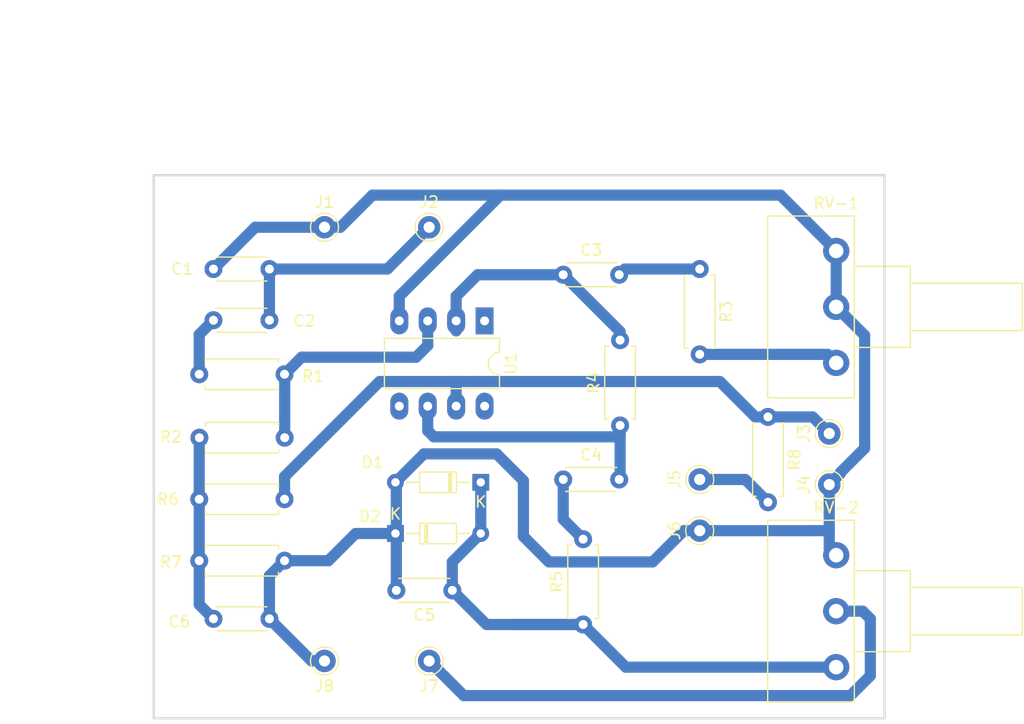
<source format=kicad_pcb>
(kicad_pcb (version 20171130) (host pcbnew 5.1.0-060a0da~80~ubuntu18.04.1)

  (general
    (thickness 1.6)
    (drawings 6)
    (tracks 100)
    (zones 0)
    (modules 27)
    (nets 18)
  )

  (page A4)
  (layers
    (0 F.Cu signal)
    (31 B.Cu signal)
    (32 B.Adhes user)
    (33 F.Adhes user)
    (34 B.Paste user)
    (35 F.Paste user)
    (36 B.SilkS user)
    (37 F.SilkS user)
    (38 B.Mask user)
    (39 F.Mask user)
    (40 Dwgs.User user)
    (41 Cmts.User user)
    (42 Eco1.User user)
    (43 Eco2.User user)
    (44 Edge.Cuts user)
    (45 Margin user)
    (46 B.CrtYd user)
    (47 F.CrtYd user)
    (48 B.Fab user)
    (49 F.Fab user)
  )

  (setup
    (last_trace_width 1)
    (trace_clearance 0.3)
    (zone_clearance 0.508)
    (zone_45_only no)
    (trace_min 0.2)
    (via_size 0.8)
    (via_drill 0.4)
    (via_min_size 0.4)
    (via_min_drill 0.3)
    (uvia_size 0.3)
    (uvia_drill 0.1)
    (uvias_allowed no)
    (uvia_min_size 0.2)
    (uvia_min_drill 0.1)
    (edge_width 0.15)
    (segment_width 0.2)
    (pcb_text_width 0.3)
    (pcb_text_size 1.5 1.5)
    (mod_edge_width 0.15)
    (mod_text_size 1 1)
    (mod_text_width 0.15)
    (pad_size 1.524 1.524)
    (pad_drill 0.762)
    (pad_to_mask_clearance 0.051)
    (solder_mask_min_width 0.25)
    (aux_axis_origin 114.3 112.014)
    (visible_elements FFFFFF7F)
    (pcbplotparams
      (layerselection 0x010fc_ffffffff)
      (usegerberextensions false)
      (usegerberattributes false)
      (usegerberadvancedattributes false)
      (creategerberjobfile false)
      (excludeedgelayer true)
      (linewidth 0.100000)
      (plotframeref false)
      (viasonmask false)
      (mode 1)
      (useauxorigin true)
      (hpglpennumber 1)
      (hpglpenspeed 20)
      (hpglpendiameter 15.000000)
      (psnegative false)
      (psa4output false)
      (plotreference true)
      (plotvalue true)
      (plotinvisibletext false)
      (padsonsilk false)
      (subtractmaskfromsilk false)
      (outputformat 1)
      (mirror false)
      (drillshape 0)
      (scaleselection 1)
      (outputdirectory "gerber/"))
  )

  (net 0 "")
  (net 1 "Net-(C1-Pad2)")
  (net 2 GNDREF)
  (net 3 "Net-(C2-Pad1)")
  (net 4 "Net-(C3-Pad1)")
  (net 5 "Net-(C3-Pad2)")
  (net 6 "Net-(C4-Pad2)")
  (net 7 "Net-(C4-Pad1)")
  (net 8 "Net-(C5-Pad1)")
  (net 9 /4.5V)
  (net 10 "Net-(R1-Pad1)")
  (net 11 "Net-(R3-Pad2)")
  (net 12 +9V)
  (net 13 "Net-(U1-Pad1)")
  (net 14 "Net-(U1-Pad5)")
  (net 15 "Net-(U1-Pad8)")
  (net 16 "Net-(J5-Pad1)")
  (net 17 "Net-(J7-Pad1)")

  (net_class Default "This is the default net class."
    (clearance 0.3)
    (trace_width 1)
    (via_dia 0.8)
    (via_drill 0.4)
    (uvia_dia 0.3)
    (uvia_drill 0.1)
    (add_net +9V)
    (add_net /4.5V)
    (add_net GNDREF)
    (add_net "Net-(C1-Pad2)")
    (add_net "Net-(C2-Pad1)")
    (add_net "Net-(C3-Pad1)")
    (add_net "Net-(C3-Pad2)")
    (add_net "Net-(C4-Pad1)")
    (add_net "Net-(C4-Pad2)")
    (add_net "Net-(C5-Pad1)")
    (add_net "Net-(J5-Pad1)")
    (add_net "Net-(J7-Pad1)")
    (add_net "Net-(R1-Pad1)")
    (add_net "Net-(R3-Pad2)")
    (add_net "Net-(U1-Pad1)")
    (add_net "Net-(U1-Pad5)")
    (add_net "Net-(U1-Pad8)")
  )

  (module Capacitor_THT:C_Disc_D4.3mm_W1.9mm_P5.00mm (layer F.Cu) (tedit 5AE50EF0) (tstamp 5C08CFDC)
    (at 150.876 72.39)
    (descr "C, Disc series, Radial, pin pitch=5.00mm, , diameter*width=4.3*1.9mm^2, Capacitor, http://www.vishay.com/docs/45233/krseries.pdf")
    (tags "C Disc series Radial pin pitch 5.00mm  diameter 4.3mm width 1.9mm Capacitor")
    (path /5BF98990)
    (fp_text reference C3 (at 2.5 -2.2) (layer F.SilkS)
      (effects (font (size 1 1) (thickness 0.15)))
    )
    (fp_text value 47nF (at -0.508 -2.286) (layer F.Fab)
      (effects (font (size 1 1) (thickness 0.15)))
    )
    (fp_text user %R (at 2.5 0) (layer F.Fab)
      (effects (font (size 0.86 0.86) (thickness 0.129)))
    )
    (fp_line (start 6.05 -1.2) (end -1.05 -1.2) (layer F.CrtYd) (width 0.05))
    (fp_line (start 6.05 1.2) (end 6.05 -1.2) (layer F.CrtYd) (width 0.05))
    (fp_line (start -1.05 1.2) (end 6.05 1.2) (layer F.CrtYd) (width 0.05))
    (fp_line (start -1.05 -1.2) (end -1.05 1.2) (layer F.CrtYd) (width 0.05))
    (fp_line (start 4.77 1.055) (end 4.77 1.07) (layer F.SilkS) (width 0.12))
    (fp_line (start 4.77 -1.07) (end 4.77 -1.055) (layer F.SilkS) (width 0.12))
    (fp_line (start 0.23 1.055) (end 0.23 1.07) (layer F.SilkS) (width 0.12))
    (fp_line (start 0.23 -1.07) (end 0.23 -1.055) (layer F.SilkS) (width 0.12))
    (fp_line (start 0.23 1.07) (end 4.77 1.07) (layer F.SilkS) (width 0.12))
    (fp_line (start 0.23 -1.07) (end 4.77 -1.07) (layer F.SilkS) (width 0.12))
    (fp_line (start 4.65 -0.95) (end 0.35 -0.95) (layer F.Fab) (width 0.1))
    (fp_line (start 4.65 0.95) (end 4.65 -0.95) (layer F.Fab) (width 0.1))
    (fp_line (start 0.35 0.95) (end 4.65 0.95) (layer F.Fab) (width 0.1))
    (fp_line (start 0.35 -0.95) (end 0.35 0.95) (layer F.Fab) (width 0.1))
    (pad 2 thru_hole circle (at 5 0) (size 1.6 1.6) (drill 0.8) (layers *.Cu *.Mask)
      (net 5 "Net-(C3-Pad2)"))
    (pad 1 thru_hole circle (at 0 0) (size 1.6 1.6) (drill 0.8) (layers *.Cu *.Mask)
      (net 4 "Net-(C3-Pad1)"))
    (model ${KISYS3DMOD}/Capacitor_THT.3dshapes/C_Disc_D4.3mm_W1.9mm_P5.00mm.wrl
      (at (xyz 0 0 0))
      (scale (xyz 1 1 1))
      (rotate (xyz 0 0 0))
    )
  )

  (module Potentiometer_THT:Potentiometer_Piher_T-16H_Single_Horizontal (layer F.Cu) (tedit 5A3D4993) (tstamp 5C243FAB)
    (at 175.26 107.442)
    (descr "Potentiometer, horizontal, Piher T-16H Single, http://www.piher-nacesa.com/pdf/22-T16v03.pdf")
    (tags "Potentiometer horizontal Piher T-16H Single")
    (path /5BF99DC9)
    (fp_text reference RV-2 (at 0 -14.25) (layer F.SilkS)
      (effects (font (size 1 1) (thickness 0.15)))
    )
    (fp_text value 10K (at 0 4.25) (layer F.Fab)
      (effects (font (size 1 1) (thickness 0.15)))
    )
    (fp_text user %R (at -2.25 -5) (layer F.Fab)
      (effects (font (size 1 1) (thickness 0.15)))
    )
    (fp_line (start 16.75 -13.25) (end -6.25 -13.25) (layer F.CrtYd) (width 0.05))
    (fp_line (start 16.75 3.25) (end 16.75 -13.25) (layer F.CrtYd) (width 0.05))
    (fp_line (start -6.25 3.25) (end 16.75 3.25) (layer F.CrtYd) (width 0.05))
    (fp_line (start -6.25 -13.25) (end -6.25 3.25) (layer F.CrtYd) (width 0.05))
    (fp_line (start 16.62 -7.12) (end 16.62 -2.88) (layer F.SilkS) (width 0.12))
    (fp_line (start 6.62 -7.12) (end 6.62 -2.88) (layer F.SilkS) (width 0.12))
    (fp_line (start 6.62 -2.88) (end 16.62 -2.88) (layer F.SilkS) (width 0.12))
    (fp_line (start 6.62 -7.12) (end 16.62 -7.12) (layer F.SilkS) (width 0.12))
    (fp_line (start 6.62 -8.62) (end 6.62 -1.38) (layer F.SilkS) (width 0.12))
    (fp_line (start 1.62 -8.62) (end 1.62 -1.38) (layer F.SilkS) (width 0.12))
    (fp_line (start 1.62 -1.38) (end 6.62 -1.38) (layer F.SilkS) (width 0.12))
    (fp_line (start 1.62 -8.62) (end 6.62 -8.62) (layer F.SilkS) (width 0.12))
    (fp_line (start 1.62 -13.12) (end 1.62 3.12) (layer F.SilkS) (width 0.12))
    (fp_line (start -6.12 -13.12) (end -6.12 3.12) (layer F.SilkS) (width 0.12))
    (fp_line (start -6.12 3.12) (end 1.62 3.12) (layer F.SilkS) (width 0.12))
    (fp_line (start -6.12 -13.12) (end 1.62 -13.12) (layer F.SilkS) (width 0.12))
    (fp_line (start 16.5 -7) (end 6.5 -7) (layer F.Fab) (width 0.1))
    (fp_line (start 16.5 -3) (end 16.5 -7) (layer F.Fab) (width 0.1))
    (fp_line (start 6.5 -3) (end 16.5 -3) (layer F.Fab) (width 0.1))
    (fp_line (start 6.5 -7) (end 6.5 -3) (layer F.Fab) (width 0.1))
    (fp_line (start 6.5 -8.5) (end 1.5 -8.5) (layer F.Fab) (width 0.1))
    (fp_line (start 6.5 -1.5) (end 6.5 -8.5) (layer F.Fab) (width 0.1))
    (fp_line (start 1.5 -1.5) (end 6.5 -1.5) (layer F.Fab) (width 0.1))
    (fp_line (start 1.5 -8.5) (end 1.5 -1.5) (layer F.Fab) (width 0.1))
    (fp_line (start 1.5 -13) (end -6 -13) (layer F.Fab) (width 0.1))
    (fp_line (start 1.5 3) (end 1.5 -13) (layer F.Fab) (width 0.1))
    (fp_line (start -6 3) (end 1.5 3) (layer F.Fab) (width 0.1))
    (fp_line (start -6 -13) (end -6 3) (layer F.Fab) (width 0.1))
    (pad 1 thru_hole circle (at 0 0) (size 2.34 2.34) (drill 1.3) (layers *.Cu *.Mask)
      (net 8 "Net-(C5-Pad1)"))
    (pad 2 thru_hole circle (at 0 -5) (size 2.34 2.34) (drill 1.3) (layers *.Cu *.Mask)
      (net 17 "Net-(J7-Pad1)"))
    (pad 3 thru_hole circle (at 0 -10) (size 2.34 2.34) (drill 1.3) (layers *.Cu *.Mask)
      (net 2 GNDREF))
    (model ${KISYS3DMOD}/Potentiometer_THT.3dshapes/Potentiometer_Piher_T-16H_Single_Horizontal.wrl
      (at (xyz 0 0 0))
      (scale (xyz 1 1 1))
      (rotate (xyz 0 0 0))
    )
  )

  (module Diode_THT:D_DO-34_SOD68_P7.62mm_Horizontal (layer F.Cu) (tedit 5AE50CD5) (tstamp 5C243E93)
    (at 143.51 90.932 180)
    (descr "Diode, DO-34_SOD68 series, Axial, Horizontal, pin pitch=7.62mm, , length*diameter=3.04*1.6mm^2, , https://www.nxp.com/docs/en/data-sheet/KTY83_SER.pdf")
    (tags "Diode DO-34_SOD68 series Axial Horizontal pin pitch 7.62mm  length 3.04mm diameter 1.6mm")
    (path /5BF9B0DB)
    (fp_text reference D1 (at 9.652 1.778 180) (layer F.SilkS)
      (effects (font (size 1 1) (thickness 0.15)))
    )
    (fp_text value D (at 3.81 1.92 180) (layer F.Fab)
      (effects (font (size 1 1) (thickness 0.15)))
    )
    (fp_line (start 2.29 -0.8) (end 2.29 0.8) (layer F.Fab) (width 0.1))
    (fp_line (start 2.29 0.8) (end 5.33 0.8) (layer F.Fab) (width 0.1))
    (fp_line (start 5.33 0.8) (end 5.33 -0.8) (layer F.Fab) (width 0.1))
    (fp_line (start 5.33 -0.8) (end 2.29 -0.8) (layer F.Fab) (width 0.1))
    (fp_line (start 0 0) (end 2.29 0) (layer F.Fab) (width 0.1))
    (fp_line (start 7.62 0) (end 5.33 0) (layer F.Fab) (width 0.1))
    (fp_line (start 2.746 -0.8) (end 2.746 0.8) (layer F.Fab) (width 0.1))
    (fp_line (start 2.846 -0.8) (end 2.846 0.8) (layer F.Fab) (width 0.1))
    (fp_line (start 2.646 -0.8) (end 2.646 0.8) (layer F.Fab) (width 0.1))
    (fp_line (start 2.17 -0.92) (end 2.17 0.92) (layer F.SilkS) (width 0.12))
    (fp_line (start 2.17 0.92) (end 5.45 0.92) (layer F.SilkS) (width 0.12))
    (fp_line (start 5.45 0.92) (end 5.45 -0.92) (layer F.SilkS) (width 0.12))
    (fp_line (start 5.45 -0.92) (end 2.17 -0.92) (layer F.SilkS) (width 0.12))
    (fp_line (start 0.99 0) (end 2.17 0) (layer F.SilkS) (width 0.12))
    (fp_line (start 6.63 0) (end 5.45 0) (layer F.SilkS) (width 0.12))
    (fp_line (start 2.746 -0.92) (end 2.746 0.92) (layer F.SilkS) (width 0.12))
    (fp_line (start 2.866 -0.92) (end 2.866 0.92) (layer F.SilkS) (width 0.12))
    (fp_line (start 2.626 -0.92) (end 2.626 0.92) (layer F.SilkS) (width 0.12))
    (fp_line (start -1 -1.05) (end -1 1.05) (layer F.CrtYd) (width 0.05))
    (fp_line (start -1 1.05) (end 8.63 1.05) (layer F.CrtYd) (width 0.05))
    (fp_line (start 8.63 1.05) (end 8.63 -1.05) (layer F.CrtYd) (width 0.05))
    (fp_line (start 8.63 -1.05) (end -1 -1.05) (layer F.CrtYd) (width 0.05))
    (fp_text user %R (at 4.038 0 180) (layer F.Fab)
      (effects (font (size 0.608 0.608) (thickness 0.0912)))
    )
    (fp_text user K (at 0 -1.75 180) (layer F.Fab)
      (effects (font (size 1 1) (thickness 0.15)))
    )
    (fp_text user K (at 0 -1.75 180) (layer F.SilkS)
      (effects (font (size 1 1) (thickness 0.15)))
    )
    (pad 1 thru_hole rect (at 0 0 180) (size 1.5 1.5) (drill 0.75) (layers *.Cu *.Mask)
      (net 8 "Net-(C5-Pad1)"))
    (pad 2 thru_hole oval (at 7.62 0 180) (size 1.5 1.5) (drill 0.75) (layers *.Cu *.Mask)
      (net 2 GNDREF))
    (model ${KISYS3DMOD}/Diode_THT.3dshapes/D_DO-34_SOD68_P7.62mm_Horizontal.wrl
      (at (xyz 0 0 0))
      (scale (xyz 1 1 1))
      (rotate (xyz 0 0 0))
    )
  )

  (module Diode_THT:D_DO-34_SOD68_P7.62mm_Horizontal (layer F.Cu) (tedit 5AE50CD5) (tstamp 5C243EB2)
    (at 135.89 95.504)
    (descr "Diode, DO-34_SOD68 series, Axial, Horizontal, pin pitch=7.62mm, , length*diameter=3.04*1.6mm^2, , https://www.nxp.com/docs/en/data-sheet/KTY83_SER.pdf")
    (tags "Diode DO-34_SOD68 series Axial Horizontal pin pitch 7.62mm  length 3.04mm diameter 1.6mm")
    (path /5BF9B020)
    (fp_text reference D2 (at -2.286 -1.524) (layer F.SilkS)
      (effects (font (size 1 1) (thickness 0.15)))
    )
    (fp_text value D (at 3.81 1.92) (layer F.Fab)
      (effects (font (size 1 1) (thickness 0.15)))
    )
    (fp_text user K (at 0 -1.75) (layer F.SilkS)
      (effects (font (size 1 1) (thickness 0.15)))
    )
    (fp_text user K (at 0 -1.75) (layer F.Fab)
      (effects (font (size 1 1) (thickness 0.15)))
    )
    (fp_text user %R (at 4.038 0) (layer F.Fab)
      (effects (font (size 0.608 0.608) (thickness 0.0912)))
    )
    (fp_line (start 8.63 -1.05) (end -1 -1.05) (layer F.CrtYd) (width 0.05))
    (fp_line (start 8.63 1.05) (end 8.63 -1.05) (layer F.CrtYd) (width 0.05))
    (fp_line (start -1 1.05) (end 8.63 1.05) (layer F.CrtYd) (width 0.05))
    (fp_line (start -1 -1.05) (end -1 1.05) (layer F.CrtYd) (width 0.05))
    (fp_line (start 2.626 -0.92) (end 2.626 0.92) (layer F.SilkS) (width 0.12))
    (fp_line (start 2.866 -0.92) (end 2.866 0.92) (layer F.SilkS) (width 0.12))
    (fp_line (start 2.746 -0.92) (end 2.746 0.92) (layer F.SilkS) (width 0.12))
    (fp_line (start 6.63 0) (end 5.45 0) (layer F.SilkS) (width 0.12))
    (fp_line (start 0.99 0) (end 2.17 0) (layer F.SilkS) (width 0.12))
    (fp_line (start 5.45 -0.92) (end 2.17 -0.92) (layer F.SilkS) (width 0.12))
    (fp_line (start 5.45 0.92) (end 5.45 -0.92) (layer F.SilkS) (width 0.12))
    (fp_line (start 2.17 0.92) (end 5.45 0.92) (layer F.SilkS) (width 0.12))
    (fp_line (start 2.17 -0.92) (end 2.17 0.92) (layer F.SilkS) (width 0.12))
    (fp_line (start 2.646 -0.8) (end 2.646 0.8) (layer F.Fab) (width 0.1))
    (fp_line (start 2.846 -0.8) (end 2.846 0.8) (layer F.Fab) (width 0.1))
    (fp_line (start 2.746 -0.8) (end 2.746 0.8) (layer F.Fab) (width 0.1))
    (fp_line (start 7.62 0) (end 5.33 0) (layer F.Fab) (width 0.1))
    (fp_line (start 0 0) (end 2.29 0) (layer F.Fab) (width 0.1))
    (fp_line (start 5.33 -0.8) (end 2.29 -0.8) (layer F.Fab) (width 0.1))
    (fp_line (start 5.33 0.8) (end 5.33 -0.8) (layer F.Fab) (width 0.1))
    (fp_line (start 2.29 0.8) (end 5.33 0.8) (layer F.Fab) (width 0.1))
    (fp_line (start 2.29 -0.8) (end 2.29 0.8) (layer F.Fab) (width 0.1))
    (pad 2 thru_hole oval (at 7.62 0) (size 1.5 1.5) (drill 0.75) (layers *.Cu *.Mask)
      (net 8 "Net-(C5-Pad1)"))
    (pad 1 thru_hole rect (at 0 0) (size 1.5 1.5) (drill 0.75) (layers *.Cu *.Mask)
      (net 2 GNDREF))
    (model ${KISYS3DMOD}/Diode_THT.3dshapes/D_DO-34_SOD68_P7.62mm_Horizontal.wrl
      (at (xyz 0 0 0))
      (scale (xyz 1 1 1))
      (rotate (xyz 0 0 0))
    )
  )

  (module Resistor_THT:R_Axial_DIN0207_L6.3mm_D2.5mm_P7.62mm_Horizontal (layer F.Cu) (tedit 5AE5139B) (tstamp 5C243ED9)
    (at 125.984 81.28 180)
    (descr "Resistor, Axial_DIN0207 series, Axial, Horizontal, pin pitch=7.62mm, 0.25W = 1/4W, length*diameter=6.3*2.5mm^2, http://cdn-reichelt.de/documents/datenblatt/B400/1_4W%23YAG.pdf")
    (tags "Resistor Axial_DIN0207 series Axial Horizontal pin pitch 7.62mm 0.25W = 1/4W length 6.3mm diameter 2.5mm")
    (path /5BF98400)
    (fp_text reference R1 (at -2.54 -0.177332 180) (layer F.SilkS)
      (effects (font (size 1 1) (thickness 0.15)))
    )
    (fp_text value 10K (at 3.81 -2.54 180) (layer F.Fab)
      (effects (font (size 1 1) (thickness 0.15)))
    )
    (fp_line (start 0.66 -1.25) (end 0.66 1.25) (layer F.Fab) (width 0.1))
    (fp_line (start 0.66 1.25) (end 6.96 1.25) (layer F.Fab) (width 0.1))
    (fp_line (start 6.96 1.25) (end 6.96 -1.25) (layer F.Fab) (width 0.1))
    (fp_line (start 6.96 -1.25) (end 0.66 -1.25) (layer F.Fab) (width 0.1))
    (fp_line (start 0 0) (end 0.66 0) (layer F.Fab) (width 0.1))
    (fp_line (start 7.62 0) (end 6.96 0) (layer F.Fab) (width 0.1))
    (fp_line (start 0.54 -1.04) (end 0.54 -1.37) (layer F.SilkS) (width 0.12))
    (fp_line (start 0.54 -1.37) (end 7.08 -1.37) (layer F.SilkS) (width 0.12))
    (fp_line (start 7.08 -1.37) (end 7.08 -1.04) (layer F.SilkS) (width 0.12))
    (fp_line (start 0.54 1.04) (end 0.54 1.37) (layer F.SilkS) (width 0.12))
    (fp_line (start 0.54 1.37) (end 7.08 1.37) (layer F.SilkS) (width 0.12))
    (fp_line (start 7.08 1.37) (end 7.08 1.04) (layer F.SilkS) (width 0.12))
    (fp_line (start -1.05 -1.5) (end -1.05 1.5) (layer F.CrtYd) (width 0.05))
    (fp_line (start -1.05 1.5) (end 8.67 1.5) (layer F.CrtYd) (width 0.05))
    (fp_line (start 8.67 1.5) (end 8.67 -1.5) (layer F.CrtYd) (width 0.05))
    (fp_line (start 8.67 -1.5) (end -1.05 -1.5) (layer F.CrtYd) (width 0.05))
    (fp_text user %R (at 3.81 0 180) (layer F.Fab)
      (effects (font (size 1 1) (thickness 0.15)))
    )
    (pad 1 thru_hole circle (at 0 0 180) (size 1.6 1.6) (drill 0.8) (layers *.Cu *.Mask)
      (net 10 "Net-(R1-Pad1)"))
    (pad 2 thru_hole oval (at 7.62 0 180) (size 1.6 1.6) (drill 0.8) (layers *.Cu *.Mask)
      (net 3 "Net-(C2-Pad1)"))
    (model ${KISYS3DMOD}/Resistor_THT.3dshapes/R_Axial_DIN0207_L6.3mm_D2.5mm_P7.62mm_Horizontal.wrl
      (at (xyz 0 0 0))
      (scale (xyz 1 1 1))
      (rotate (xyz 0 0 0))
    )
  )

  (module Resistor_THT:R_Axial_DIN0207_L6.3mm_D2.5mm_P7.62mm_Horizontal (layer F.Cu) (tedit 5AE5139B) (tstamp 5C08D6A0)
    (at 118.377629 86.948998)
    (descr "Resistor, Axial_DIN0207 series, Axial, Horizontal, pin pitch=7.62mm, 0.25W = 1/4W, length*diameter=6.3*2.5mm^2, http://cdn-reichelt.de/documents/datenblatt/B400/1_4W%23YAG.pdf")
    (tags "Resistor Axial_DIN0207 series Axial Horizontal pin pitch 7.62mm 0.25W = 1/4W length 6.3mm diameter 2.5mm")
    (path /5BF9843A)
    (fp_text reference R2 (at -2.553629 -0.080998) (layer F.SilkS)
      (effects (font (size 1 1) (thickness 0.15)))
    )
    (fp_text value 1M (at 3.81 2.37) (layer F.Fab)
      (effects (font (size 1 1) (thickness 0.15)))
    )
    (fp_text user %R (at 3.81 0) (layer F.Fab)
      (effects (font (size 1 1) (thickness 0.15)))
    )
    (fp_line (start 8.67 -1.5) (end -1.05 -1.5) (layer F.CrtYd) (width 0.05))
    (fp_line (start 8.67 1.5) (end 8.67 -1.5) (layer F.CrtYd) (width 0.05))
    (fp_line (start -1.05 1.5) (end 8.67 1.5) (layer F.CrtYd) (width 0.05))
    (fp_line (start -1.05 -1.5) (end -1.05 1.5) (layer F.CrtYd) (width 0.05))
    (fp_line (start 7.08 1.37) (end 7.08 1.04) (layer F.SilkS) (width 0.12))
    (fp_line (start 0.54 1.37) (end 7.08 1.37) (layer F.SilkS) (width 0.12))
    (fp_line (start 0.54 1.04) (end 0.54 1.37) (layer F.SilkS) (width 0.12))
    (fp_line (start 7.08 -1.37) (end 7.08 -1.04) (layer F.SilkS) (width 0.12))
    (fp_line (start 0.54 -1.37) (end 7.08 -1.37) (layer F.SilkS) (width 0.12))
    (fp_line (start 0.54 -1.04) (end 0.54 -1.37) (layer F.SilkS) (width 0.12))
    (fp_line (start 7.62 0) (end 6.96 0) (layer F.Fab) (width 0.1))
    (fp_line (start 0 0) (end 0.66 0) (layer F.Fab) (width 0.1))
    (fp_line (start 6.96 -1.25) (end 0.66 -1.25) (layer F.Fab) (width 0.1))
    (fp_line (start 6.96 1.25) (end 6.96 -1.25) (layer F.Fab) (width 0.1))
    (fp_line (start 0.66 1.25) (end 6.96 1.25) (layer F.Fab) (width 0.1))
    (fp_line (start 0.66 -1.25) (end 0.66 1.25) (layer F.Fab) (width 0.1))
    (pad 2 thru_hole oval (at 7.62 0) (size 1.6 1.6) (drill 0.8) (layers *.Cu *.Mask)
      (net 10 "Net-(R1-Pad1)"))
    (pad 1 thru_hole circle (at 0 0) (size 1.6 1.6) (drill 0.8) (layers *.Cu *.Mask)
      (net 9 /4.5V))
    (model ${KISYS3DMOD}/Resistor_THT.3dshapes/R_Axial_DIN0207_L6.3mm_D2.5mm_P7.62mm_Horizontal.wrl
      (at (xyz 0 0 0))
      (scale (xyz 1 1 1))
      (rotate (xyz 0 0 0))
    )
  )

  (module Resistor_THT:R_Axial_DIN0207_L6.3mm_D2.5mm_P7.62mm_Horizontal (layer F.Cu) (tedit 5AE5139B) (tstamp 5C2447EA)
    (at 163.068 71.882 270)
    (descr "Resistor, Axial_DIN0207 series, Axial, Horizontal, pin pitch=7.62mm, 0.25W = 1/4W, length*diameter=6.3*2.5mm^2, http://cdn-reichelt.de/documents/datenblatt/B400/1_4W%23YAG.pdf")
    (tags "Resistor Axial_DIN0207 series Axial Horizontal pin pitch 7.62mm 0.25W = 1/4W length 6.3mm diameter 2.5mm")
    (path /5BF982DC)
    (fp_text reference R3 (at 3.81 -2.37 270) (layer F.SilkS)
      (effects (font (size 1 1) (thickness 0.15)))
    )
    (fp_text value 4K7 (at 3.81 2.37 270) (layer F.Fab)
      (effects (font (size 1 1) (thickness 0.15)))
    )
    (fp_line (start 0.66 -1.25) (end 0.66 1.25) (layer F.Fab) (width 0.1))
    (fp_line (start 0.66 1.25) (end 6.96 1.25) (layer F.Fab) (width 0.1))
    (fp_line (start 6.96 1.25) (end 6.96 -1.25) (layer F.Fab) (width 0.1))
    (fp_line (start 6.96 -1.25) (end 0.66 -1.25) (layer F.Fab) (width 0.1))
    (fp_line (start 0 0) (end 0.66 0) (layer F.Fab) (width 0.1))
    (fp_line (start 7.62 0) (end 6.96 0) (layer F.Fab) (width 0.1))
    (fp_line (start 0.54 -1.04) (end 0.54 -1.37) (layer F.SilkS) (width 0.12))
    (fp_line (start 0.54 -1.37) (end 7.08 -1.37) (layer F.SilkS) (width 0.12))
    (fp_line (start 7.08 -1.37) (end 7.08 -1.04) (layer F.SilkS) (width 0.12))
    (fp_line (start 0.54 1.04) (end 0.54 1.37) (layer F.SilkS) (width 0.12))
    (fp_line (start 0.54 1.37) (end 7.08 1.37) (layer F.SilkS) (width 0.12))
    (fp_line (start 7.08 1.37) (end 7.08 1.04) (layer F.SilkS) (width 0.12))
    (fp_line (start -1.05 -1.5) (end -1.05 1.5) (layer F.CrtYd) (width 0.05))
    (fp_line (start -1.05 1.5) (end 8.67 1.5) (layer F.CrtYd) (width 0.05))
    (fp_line (start 8.67 1.5) (end 8.67 -1.5) (layer F.CrtYd) (width 0.05))
    (fp_line (start 8.67 -1.5) (end -1.05 -1.5) (layer F.CrtYd) (width 0.05))
    (fp_text user %R (at 3.81 0 270) (layer F.Fab)
      (effects (font (size 1 1) (thickness 0.15)))
    )
    (pad 1 thru_hole circle (at 0 0 270) (size 1.6 1.6) (drill 0.8) (layers *.Cu *.Mask)
      (net 5 "Net-(C3-Pad2)"))
    (pad 2 thru_hole oval (at 7.62 0 270) (size 1.6 1.6) (drill 0.8) (layers *.Cu *.Mask)
      (net 11 "Net-(R3-Pad2)"))
    (model ${KISYS3DMOD}/Resistor_THT.3dshapes/R_Axial_DIN0207_L6.3mm_D2.5mm_P7.62mm_Horizontal.wrl
      (at (xyz 0 0 0))
      (scale (xyz 1 1 1))
      (rotate (xyz 0 0 0))
    )
  )

  (module Resistor_THT:R_Axial_DIN0207_L6.3mm_D2.5mm_P7.62mm_Horizontal (layer F.Cu) (tedit 5AE5139B) (tstamp 5C245E54)
    (at 155.956 85.852 90)
    (descr "Resistor, Axial_DIN0207 series, Axial, Horizontal, pin pitch=7.62mm, 0.25W = 1/4W, length*diameter=6.3*2.5mm^2, http://cdn-reichelt.de/documents/datenblatt/B400/1_4W%23YAG.pdf")
    (tags "Resistor Axial_DIN0207 series Axial Horizontal pin pitch 7.62mm 0.25W = 1/4W length 6.3mm diameter 2.5mm")
    (path /5BF98332)
    (fp_text reference R4 (at 3.81 -2.37 90) (layer F.SilkS)
      (effects (font (size 1 1) (thickness 0.15)))
    )
    (fp_text value 1M (at 3.81 2.37 90) (layer F.Fab)
      (effects (font (size 1 1) (thickness 0.15)))
    )
    (fp_text user %R (at 3.81 0 90) (layer F.Fab)
      (effects (font (size 1 1) (thickness 0.15)))
    )
    (fp_line (start 8.67 -1.5) (end -1.05 -1.5) (layer F.CrtYd) (width 0.05))
    (fp_line (start 8.67 1.5) (end 8.67 -1.5) (layer F.CrtYd) (width 0.05))
    (fp_line (start -1.05 1.5) (end 8.67 1.5) (layer F.CrtYd) (width 0.05))
    (fp_line (start -1.05 -1.5) (end -1.05 1.5) (layer F.CrtYd) (width 0.05))
    (fp_line (start 7.08 1.37) (end 7.08 1.04) (layer F.SilkS) (width 0.12))
    (fp_line (start 0.54 1.37) (end 7.08 1.37) (layer F.SilkS) (width 0.12))
    (fp_line (start 0.54 1.04) (end 0.54 1.37) (layer F.SilkS) (width 0.12))
    (fp_line (start 7.08 -1.37) (end 7.08 -1.04) (layer F.SilkS) (width 0.12))
    (fp_line (start 0.54 -1.37) (end 7.08 -1.37) (layer F.SilkS) (width 0.12))
    (fp_line (start 0.54 -1.04) (end 0.54 -1.37) (layer F.SilkS) (width 0.12))
    (fp_line (start 7.62 0) (end 6.96 0) (layer F.Fab) (width 0.1))
    (fp_line (start 0 0) (end 0.66 0) (layer F.Fab) (width 0.1))
    (fp_line (start 6.96 -1.25) (end 0.66 -1.25) (layer F.Fab) (width 0.1))
    (fp_line (start 6.96 1.25) (end 6.96 -1.25) (layer F.Fab) (width 0.1))
    (fp_line (start 0.66 1.25) (end 6.96 1.25) (layer F.Fab) (width 0.1))
    (fp_line (start 0.66 -1.25) (end 0.66 1.25) (layer F.Fab) (width 0.1))
    (pad 2 thru_hole oval (at 7.62 0 90) (size 1.6 1.6) (drill 0.8) (layers *.Cu *.Mask)
      (net 4 "Net-(C3-Pad1)"))
    (pad 1 thru_hole circle (at 0 0 90) (size 1.6 1.6) (drill 0.8) (layers *.Cu *.Mask)
      (net 6 "Net-(C4-Pad2)"))
    (model ${KISYS3DMOD}/Resistor_THT.3dshapes/R_Axial_DIN0207_L6.3mm_D2.5mm_P7.62mm_Horizontal.wrl
      (at (xyz 0 0 0))
      (scale (xyz 1 1 1))
      (rotate (xyz 0 0 0))
    )
  )

  (module Resistor_THT:R_Axial_DIN0207_L6.3mm_D2.5mm_P7.62mm_Horizontal (layer F.Cu) (tedit 5AE5139B) (tstamp 5C244C06)
    (at 152.654 103.632 90)
    (descr "Resistor, Axial_DIN0207 series, Axial, Horizontal, pin pitch=7.62mm, 0.25W = 1/4W, length*diameter=6.3*2.5mm^2, http://cdn-reichelt.de/documents/datenblatt/B400/1_4W%23YAG.pdf")
    (tags "Resistor Axial_DIN0207 series Axial Horizontal pin pitch 7.62mm 0.25W = 1/4W length 6.3mm diameter 2.5mm")
    (path /5BF98477)
    (fp_text reference R5 (at 3.81 -2.37 90) (layer F.SilkS)
      (effects (font (size 1 1) (thickness 0.15)))
    )
    (fp_text value 10K (at 3.81 2.37 90) (layer F.Fab)
      (effects (font (size 1 1) (thickness 0.15)))
    )
    (fp_line (start 0.66 -1.25) (end 0.66 1.25) (layer F.Fab) (width 0.1))
    (fp_line (start 0.66 1.25) (end 6.96 1.25) (layer F.Fab) (width 0.1))
    (fp_line (start 6.96 1.25) (end 6.96 -1.25) (layer F.Fab) (width 0.1))
    (fp_line (start 6.96 -1.25) (end 0.66 -1.25) (layer F.Fab) (width 0.1))
    (fp_line (start 0 0) (end 0.66 0) (layer F.Fab) (width 0.1))
    (fp_line (start 7.62 0) (end 6.96 0) (layer F.Fab) (width 0.1))
    (fp_line (start 0.54 -1.04) (end 0.54 -1.37) (layer F.SilkS) (width 0.12))
    (fp_line (start 0.54 -1.37) (end 7.08 -1.37) (layer F.SilkS) (width 0.12))
    (fp_line (start 7.08 -1.37) (end 7.08 -1.04) (layer F.SilkS) (width 0.12))
    (fp_line (start 0.54 1.04) (end 0.54 1.37) (layer F.SilkS) (width 0.12))
    (fp_line (start 0.54 1.37) (end 7.08 1.37) (layer F.SilkS) (width 0.12))
    (fp_line (start 7.08 1.37) (end 7.08 1.04) (layer F.SilkS) (width 0.12))
    (fp_line (start -1.05 -1.5) (end -1.05 1.5) (layer F.CrtYd) (width 0.05))
    (fp_line (start -1.05 1.5) (end 8.67 1.5) (layer F.CrtYd) (width 0.05))
    (fp_line (start 8.67 1.5) (end 8.67 -1.5) (layer F.CrtYd) (width 0.05))
    (fp_line (start 8.67 -1.5) (end -1.05 -1.5) (layer F.CrtYd) (width 0.05))
    (fp_text user %R (at 3.81 0 90) (layer F.Fab)
      (effects (font (size 1 1) (thickness 0.15)))
    )
    (pad 1 thru_hole circle (at 0 0 90) (size 1.6 1.6) (drill 0.8) (layers *.Cu *.Mask)
      (net 8 "Net-(C5-Pad1)"))
    (pad 2 thru_hole oval (at 7.62 0 90) (size 1.6 1.6) (drill 0.8) (layers *.Cu *.Mask)
      (net 7 "Net-(C4-Pad1)"))
    (model ${KISYS3DMOD}/Resistor_THT.3dshapes/R_Axial_DIN0207_L6.3mm_D2.5mm_P7.62mm_Horizontal.wrl
      (at (xyz 0 0 0))
      (scale (xyz 1 1 1))
      (rotate (xyz 0 0 0))
    )
  )

  (module Resistor_THT:R_Axial_DIN0207_L6.3mm_D2.5mm_P7.62mm_Horizontal (layer F.Cu) (tedit 5AE5139B) (tstamp 5C243F4C)
    (at 125.984 92.440664 180)
    (descr "Resistor, Axial_DIN0207 series, Axial, Horizontal, pin pitch=7.62mm, 0.25W = 1/4W, length*diameter=6.3*2.5mm^2, http://cdn-reichelt.de/documents/datenblatt/B400/1_4W%23YAG.pdf")
    (tags "Resistor Axial_DIN0207 series Axial Horizontal pin pitch 7.62mm 0.25W = 1/4W length 6.3mm diameter 2.5mm")
    (path /5BF98377)
    (fp_text reference R6 (at 10.414 -0.015336 180) (layer F.SilkS)
      (effects (font (size 1 1) (thickness 0.15)))
    )
    (fp_text value 1M (at 3.81 -2.301336 180) (layer F.Fab)
      (effects (font (size 1 1) (thickness 0.15)))
    )
    (fp_line (start 0.66 -1.25) (end 0.66 1.25) (layer F.Fab) (width 0.1))
    (fp_line (start 0.66 1.25) (end 6.96 1.25) (layer F.Fab) (width 0.1))
    (fp_line (start 6.96 1.25) (end 6.96 -1.25) (layer F.Fab) (width 0.1))
    (fp_line (start 6.96 -1.25) (end 0.66 -1.25) (layer F.Fab) (width 0.1))
    (fp_line (start 0 0) (end 0.66 0) (layer F.Fab) (width 0.1))
    (fp_line (start 7.62 0) (end 6.96 0) (layer F.Fab) (width 0.1))
    (fp_line (start 0.54 -1.04) (end 0.54 -1.37) (layer F.SilkS) (width 0.12))
    (fp_line (start 0.54 -1.37) (end 7.08 -1.37) (layer F.SilkS) (width 0.12))
    (fp_line (start 7.08 -1.37) (end 7.08 -1.04) (layer F.SilkS) (width 0.12))
    (fp_line (start 0.54 1.04) (end 0.54 1.37) (layer F.SilkS) (width 0.12))
    (fp_line (start 0.54 1.37) (end 7.08 1.37) (layer F.SilkS) (width 0.12))
    (fp_line (start 7.08 1.37) (end 7.08 1.04) (layer F.SilkS) (width 0.12))
    (fp_line (start -1.05 -1.5) (end -1.05 1.5) (layer F.CrtYd) (width 0.05))
    (fp_line (start -1.05 1.5) (end 8.67 1.5) (layer F.CrtYd) (width 0.05))
    (fp_line (start 8.67 1.5) (end 8.67 -1.5) (layer F.CrtYd) (width 0.05))
    (fp_line (start 8.67 -1.5) (end -1.05 -1.5) (layer F.CrtYd) (width 0.05))
    (fp_text user %R (at 3.81 0 180) (layer F.Fab)
      (effects (font (size 1 1) (thickness 0.15)))
    )
    (pad 1 thru_hole circle (at 0 0 180) (size 1.6 1.6) (drill 0.8) (layers *.Cu *.Mask)
      (net 12 +9V))
    (pad 2 thru_hole oval (at 7.62 0 180) (size 1.6 1.6) (drill 0.8) (layers *.Cu *.Mask)
      (net 9 /4.5V))
    (model ${KISYS3DMOD}/Resistor_THT.3dshapes/R_Axial_DIN0207_L6.3mm_D2.5mm_P7.62mm_Horizontal.wrl
      (at (xyz 0 0 0))
      (scale (xyz 1 1 1))
      (rotate (xyz 0 0 0))
    )
  )

  (module Resistor_THT:R_Axial_DIN0207_L6.3mm_D2.5mm_P7.62mm_Horizontal (layer F.Cu) (tedit 5AE5139B) (tstamp 5C08C8F5)
    (at 118.364 97.93233)
    (descr "Resistor, Axial_DIN0207 series, Axial, Horizontal, pin pitch=7.62mm, 0.25W = 1/4W, length*diameter=6.3*2.5mm^2, http://cdn-reichelt.de/documents/datenblatt/B400/1_4W%23YAG.pdf")
    (tags "Resistor Axial_DIN0207 series Axial Horizontal pin pitch 7.62mm 0.25W = 1/4W length 6.3mm diameter 2.5mm")
    (path /5BF983B9)
    (fp_text reference R7 (at -2.54 0.11167) (layer F.SilkS)
      (effects (font (size 1 1) (thickness 0.15)))
    )
    (fp_text value 1M (at 3.81 2.37) (layer F.Fab)
      (effects (font (size 1 1) (thickness 0.15)))
    )
    (fp_text user %R (at 3.81 0) (layer F.Fab)
      (effects (font (size 1 1) (thickness 0.15)))
    )
    (fp_line (start 8.67 -1.5) (end -1.05 -1.5) (layer F.CrtYd) (width 0.05))
    (fp_line (start 8.67 1.5) (end 8.67 -1.5) (layer F.CrtYd) (width 0.05))
    (fp_line (start -1.05 1.5) (end 8.67 1.5) (layer F.CrtYd) (width 0.05))
    (fp_line (start -1.05 -1.5) (end -1.05 1.5) (layer F.CrtYd) (width 0.05))
    (fp_line (start 7.08 1.37) (end 7.08 1.04) (layer F.SilkS) (width 0.12))
    (fp_line (start 0.54 1.37) (end 7.08 1.37) (layer F.SilkS) (width 0.12))
    (fp_line (start 0.54 1.04) (end 0.54 1.37) (layer F.SilkS) (width 0.12))
    (fp_line (start 7.08 -1.37) (end 7.08 -1.04) (layer F.SilkS) (width 0.12))
    (fp_line (start 0.54 -1.37) (end 7.08 -1.37) (layer F.SilkS) (width 0.12))
    (fp_line (start 0.54 -1.04) (end 0.54 -1.37) (layer F.SilkS) (width 0.12))
    (fp_line (start 7.62 0) (end 6.96 0) (layer F.Fab) (width 0.1))
    (fp_line (start 0 0) (end 0.66 0) (layer F.Fab) (width 0.1))
    (fp_line (start 6.96 -1.25) (end 0.66 -1.25) (layer F.Fab) (width 0.1))
    (fp_line (start 6.96 1.25) (end 6.96 -1.25) (layer F.Fab) (width 0.1))
    (fp_line (start 0.66 1.25) (end 6.96 1.25) (layer F.Fab) (width 0.1))
    (fp_line (start 0.66 -1.25) (end 0.66 1.25) (layer F.Fab) (width 0.1))
    (pad 2 thru_hole oval (at 7.62 0) (size 1.6 1.6) (drill 0.8) (layers *.Cu *.Mask)
      (net 2 GNDREF))
    (pad 1 thru_hole circle (at 0 0) (size 1.6 1.6) (drill 0.8) (layers *.Cu *.Mask)
      (net 9 /4.5V))
    (model ${KISYS3DMOD}/Resistor_THT.3dshapes/R_Axial_DIN0207_L6.3mm_D2.5mm_P7.62mm_Horizontal.wrl
      (at (xyz 0 0 0))
      (scale (xyz 1 1 1))
      (rotate (xyz 0 0 0))
    )
  )

  (module Potentiometer_THT:Potentiometer_Piher_T-16H_Single_Horizontal (layer F.Cu) (tedit 5A3D4993) (tstamp 5C243F87)
    (at 175.26 80.264)
    (descr "Potentiometer, horizontal, Piher T-16H Single, http://www.piher-nacesa.com/pdf/22-T16v03.pdf")
    (tags "Potentiometer horizontal Piher T-16H Single")
    (path /5BF99FF5)
    (fp_text reference RV-1 (at 0 -14.25) (layer F.SilkS)
      (effects (font (size 1 1) (thickness 0.15)))
    )
    (fp_text value 1M (at 0 4.25) (layer F.Fab)
      (effects (font (size 1 1) (thickness 0.15)))
    )
    (fp_line (start -6 -13) (end -6 3) (layer F.Fab) (width 0.1))
    (fp_line (start -6 3) (end 1.5 3) (layer F.Fab) (width 0.1))
    (fp_line (start 1.5 3) (end 1.5 -13) (layer F.Fab) (width 0.1))
    (fp_line (start 1.5 -13) (end -6 -13) (layer F.Fab) (width 0.1))
    (fp_line (start 1.5 -8.5) (end 1.5 -1.5) (layer F.Fab) (width 0.1))
    (fp_line (start 1.5 -1.5) (end 6.5 -1.5) (layer F.Fab) (width 0.1))
    (fp_line (start 6.5 -1.5) (end 6.5 -8.5) (layer F.Fab) (width 0.1))
    (fp_line (start 6.5 -8.5) (end 1.5 -8.5) (layer F.Fab) (width 0.1))
    (fp_line (start 6.5 -7) (end 6.5 -3) (layer F.Fab) (width 0.1))
    (fp_line (start 6.5 -3) (end 16.5 -3) (layer F.Fab) (width 0.1))
    (fp_line (start 16.5 -3) (end 16.5 -7) (layer F.Fab) (width 0.1))
    (fp_line (start 16.5 -7) (end 6.5 -7) (layer F.Fab) (width 0.1))
    (fp_line (start -6.12 -13.12) (end 1.62 -13.12) (layer F.SilkS) (width 0.12))
    (fp_line (start -6.12 3.12) (end 1.62 3.12) (layer F.SilkS) (width 0.12))
    (fp_line (start -6.12 -13.12) (end -6.12 3.12) (layer F.SilkS) (width 0.12))
    (fp_line (start 1.62 -13.12) (end 1.62 3.12) (layer F.SilkS) (width 0.12))
    (fp_line (start 1.62 -8.62) (end 6.62 -8.62) (layer F.SilkS) (width 0.12))
    (fp_line (start 1.62 -1.38) (end 6.62 -1.38) (layer F.SilkS) (width 0.12))
    (fp_line (start 1.62 -8.62) (end 1.62 -1.38) (layer F.SilkS) (width 0.12))
    (fp_line (start 6.62 -8.62) (end 6.62 -1.38) (layer F.SilkS) (width 0.12))
    (fp_line (start 6.62 -7.12) (end 16.62 -7.12) (layer F.SilkS) (width 0.12))
    (fp_line (start 6.62 -2.88) (end 16.62 -2.88) (layer F.SilkS) (width 0.12))
    (fp_line (start 6.62 -7.12) (end 6.62 -2.88) (layer F.SilkS) (width 0.12))
    (fp_line (start 16.62 -7.12) (end 16.62 -2.88) (layer F.SilkS) (width 0.12))
    (fp_line (start -6.25 -13.25) (end -6.25 3.25) (layer F.CrtYd) (width 0.05))
    (fp_line (start -6.25 3.25) (end 16.75 3.25) (layer F.CrtYd) (width 0.05))
    (fp_line (start 16.75 3.25) (end 16.75 -13.25) (layer F.CrtYd) (width 0.05))
    (fp_line (start 16.75 -13.25) (end -6.25 -13.25) (layer F.CrtYd) (width 0.05))
    (fp_text user %R (at -2.25 -5) (layer F.Fab)
      (effects (font (size 1 1) (thickness 0.15)))
    )
    (pad 3 thru_hole circle (at 0 -10) (size 2.34 2.34) (drill 1.3) (layers *.Cu *.Mask)
      (net 2 GNDREF))
    (pad 2 thru_hole circle (at 0 -5) (size 2.34 2.34) (drill 1.3) (layers *.Cu *.Mask)
      (net 2 GNDREF))
    (pad 1 thru_hole circle (at 0 0) (size 2.34 2.34) (drill 1.3) (layers *.Cu *.Mask)
      (net 11 "Net-(R3-Pad2)"))
    (model ${KISYS3DMOD}/Potentiometer_THT.3dshapes/Potentiometer_Piher_T-16H_Single_Horizontal.wrl
      (at (xyz 0 0 0))
      (scale (xyz 1 1 1))
      (rotate (xyz 0 0 0))
    )
  )

  (module Package_DIP:DIP-8_W7.62mm_LongPads (layer F.Cu) (tedit 5A02E8C5) (tstamp 5C2444A6)
    (at 143.853829 76.509464 270)
    (descr "8-lead though-hole mounted DIP package, row spacing 7.62 mm (300 mils), LongPads")
    (tags "THT DIP DIL PDIP 2.54mm 7.62mm 300mil LongPads")
    (path /5BF98230)
    (fp_text reference U1 (at 3.81 -2.33 270) (layer F.SilkS)
      (effects (font (size 1 1) (thickness 0.15)))
    )
    (fp_text value lm741 (at 3.81 9.95 270) (layer F.Fab)
      (effects (font (size 1 1) (thickness 0.15)))
    )
    (fp_arc (start 3.81 -1.33) (end 2.81 -1.33) (angle -180) (layer F.SilkS) (width 0.12))
    (fp_line (start 1.635 -1.27) (end 6.985 -1.27) (layer F.Fab) (width 0.1))
    (fp_line (start 6.985 -1.27) (end 6.985 8.89) (layer F.Fab) (width 0.1))
    (fp_line (start 6.985 8.89) (end 0.635 8.89) (layer F.Fab) (width 0.1))
    (fp_line (start 0.635 8.89) (end 0.635 -0.27) (layer F.Fab) (width 0.1))
    (fp_line (start 0.635 -0.27) (end 1.635 -1.27) (layer F.Fab) (width 0.1))
    (fp_line (start 2.81 -1.33) (end 1.56 -1.33) (layer F.SilkS) (width 0.12))
    (fp_line (start 1.56 -1.33) (end 1.56 8.95) (layer F.SilkS) (width 0.12))
    (fp_line (start 1.56 8.95) (end 6.06 8.95) (layer F.SilkS) (width 0.12))
    (fp_line (start 6.06 8.95) (end 6.06 -1.33) (layer F.SilkS) (width 0.12))
    (fp_line (start 6.06 -1.33) (end 4.81 -1.33) (layer F.SilkS) (width 0.12))
    (fp_line (start -1.45 -1.55) (end -1.45 9.15) (layer F.CrtYd) (width 0.05))
    (fp_line (start -1.45 9.15) (end 9.1 9.15) (layer F.CrtYd) (width 0.05))
    (fp_line (start 9.1 9.15) (end 9.1 -1.55) (layer F.CrtYd) (width 0.05))
    (fp_line (start 9.1 -1.55) (end -1.45 -1.55) (layer F.CrtYd) (width 0.05))
    (fp_text user %R (at 3.81 3.81 270) (layer F.Fab)
      (effects (font (size 1 1) (thickness 0.15)))
    )
    (pad 1 thru_hole rect (at 0 0 270) (size 2.4 1.6) (drill 0.8) (layers *.Cu *.Mask)
      (net 13 "Net-(U1-Pad1)"))
    (pad 5 thru_hole oval (at 7.62 7.62 270) (size 2.4 1.6) (drill 0.8) (layers *.Cu *.Mask)
      (net 14 "Net-(U1-Pad5)"))
    (pad 2 thru_hole oval (at 0 2.54 270) (size 2.4 1.6) (drill 0.8) (layers *.Cu *.Mask)
      (net 4 "Net-(C3-Pad1)"))
    (pad 6 thru_hole oval (at 7.62 5.08 270) (size 2.4 1.6) (drill 0.8) (layers *.Cu *.Mask)
      (net 6 "Net-(C4-Pad2)"))
    (pad 3 thru_hole oval (at 0 5.08 270) (size 2.4 1.6) (drill 0.8) (layers *.Cu *.Mask)
      (net 10 "Net-(R1-Pad1)"))
    (pad 7 thru_hole oval (at 7.62 2.54 270) (size 2.4 1.6) (drill 0.8) (layers *.Cu *.Mask)
      (net 12 +9V))
    (pad 4 thru_hole oval (at 0 7.62 270) (size 2.4 1.6) (drill 0.8) (layers *.Cu *.Mask)
      (net 2 GNDREF))
    (pad 8 thru_hole oval (at 7.62 0 270) (size 2.4 1.6) (drill 0.8) (layers *.Cu *.Mask)
      (net 15 "Net-(U1-Pad8)"))
    (model ${KISYS3DMOD}/Package_DIP.3dshapes/DIP-8_W7.62mm.wrl
      (at (xyz 0 0 0))
      (scale (xyz 1 1 1))
      (rotate (xyz 0 0 0))
    )
  )

  (module Resistor_THT:R_Axial_DIN0207_L6.3mm_D2.5mm_P7.62mm_Horizontal (layer F.Cu) (tedit 5AE5139B) (tstamp 5C08BB62)
    (at 169.164 85.09 270)
    (descr "Resistor, Axial_DIN0207 series, Axial, Horizontal, pin pitch=7.62mm, 0.25W = 1/4W, length*diameter=6.3*2.5mm^2, http://cdn-reichelt.de/documents/datenblatt/B400/1_4W%23YAG.pdf")
    (tags "Resistor Axial_DIN0207 series Axial Horizontal pin pitch 7.62mm 0.25W = 1/4W length 6.3mm diameter 2.5mm")
    (path /5BFCF3DE)
    (fp_text reference R8 (at 3.81 -2.37 270) (layer F.SilkS)
      (effects (font (size 1 1) (thickness 0.15)))
    )
    (fp_text value R (at 3.81 2.37 270) (layer F.Fab)
      (effects (font (size 1 1) (thickness 0.15)))
    )
    (fp_line (start 0.66 -1.25) (end 0.66 1.25) (layer F.Fab) (width 0.1))
    (fp_line (start 0.66 1.25) (end 6.96 1.25) (layer F.Fab) (width 0.1))
    (fp_line (start 6.96 1.25) (end 6.96 -1.25) (layer F.Fab) (width 0.1))
    (fp_line (start 6.96 -1.25) (end 0.66 -1.25) (layer F.Fab) (width 0.1))
    (fp_line (start 0 0) (end 0.66 0) (layer F.Fab) (width 0.1))
    (fp_line (start 7.62 0) (end 6.96 0) (layer F.Fab) (width 0.1))
    (fp_line (start 0.54 -1.04) (end 0.54 -1.37) (layer F.SilkS) (width 0.12))
    (fp_line (start 0.54 -1.37) (end 7.08 -1.37) (layer F.SilkS) (width 0.12))
    (fp_line (start 7.08 -1.37) (end 7.08 -1.04) (layer F.SilkS) (width 0.12))
    (fp_line (start 0.54 1.04) (end 0.54 1.37) (layer F.SilkS) (width 0.12))
    (fp_line (start 0.54 1.37) (end 7.08 1.37) (layer F.SilkS) (width 0.12))
    (fp_line (start 7.08 1.37) (end 7.08 1.04) (layer F.SilkS) (width 0.12))
    (fp_line (start -1.05 -1.5) (end -1.05 1.5) (layer F.CrtYd) (width 0.05))
    (fp_line (start -1.05 1.5) (end 8.67 1.5) (layer F.CrtYd) (width 0.05))
    (fp_line (start 8.67 1.5) (end 8.67 -1.5) (layer F.CrtYd) (width 0.05))
    (fp_line (start 8.67 -1.5) (end -1.05 -1.5) (layer F.CrtYd) (width 0.05))
    (fp_text user %R (at 3.81 0 270) (layer F.Fab)
      (effects (font (size 1 1) (thickness 0.15)))
    )
    (pad 1 thru_hole circle (at 0 0 270) (size 1.6 1.6) (drill 0.8) (layers *.Cu *.Mask)
      (net 12 +9V))
    (pad 2 thru_hole oval (at 7.62 0 270) (size 1.6 1.6) (drill 0.8) (layers *.Cu *.Mask)
      (net 16 "Net-(J5-Pad1)"))
    (model ${KISYS3DMOD}/Resistor_THT.3dshapes/R_Axial_DIN0207_L6.3mm_D2.5mm_P7.62mm_Horizontal.wrl
      (at (xyz 0 0 0))
      (scale (xyz 1 1 1))
      (rotate (xyz 0 0 0))
    )
  )

  (module Capacitor_THT:C_Disc_D4.3mm_W1.9mm_P5.00mm (layer F.Cu) (tedit 5AE50EF0) (tstamp 5C08CF50)
    (at 119.634 71.882)
    (descr "C, Disc series, Radial, pin pitch=5.00mm, , diameter*width=4.3*1.9mm^2, Capacitor, http://www.vishay.com/docs/45233/krseries.pdf")
    (tags "C Disc series Radial pin pitch 5.00mm  diameter 4.3mm width 1.9mm Capacitor")
    (path /5BF989DC)
    (fp_text reference C1 (at -2.794 0) (layer F.SilkS)
      (effects (font (size 1 1) (thickness 0.15)))
    )
    (fp_text value 1nF (at 2.5 2.2) (layer F.Fab)
      (effects (font (size 1 1) (thickness 0.15)))
    )
    (fp_line (start 0.35 -0.95) (end 0.35 0.95) (layer F.Fab) (width 0.1))
    (fp_line (start 0.35 0.95) (end 4.65 0.95) (layer F.Fab) (width 0.1))
    (fp_line (start 4.65 0.95) (end 4.65 -0.95) (layer F.Fab) (width 0.1))
    (fp_line (start 4.65 -0.95) (end 0.35 -0.95) (layer F.Fab) (width 0.1))
    (fp_line (start 0.23 -1.07) (end 4.77 -1.07) (layer F.SilkS) (width 0.12))
    (fp_line (start 0.23 1.07) (end 4.77 1.07) (layer F.SilkS) (width 0.12))
    (fp_line (start 0.23 -1.07) (end 0.23 -1.055) (layer F.SilkS) (width 0.12))
    (fp_line (start 0.23 1.055) (end 0.23 1.07) (layer F.SilkS) (width 0.12))
    (fp_line (start 4.77 -1.07) (end 4.77 -1.055) (layer F.SilkS) (width 0.12))
    (fp_line (start 4.77 1.055) (end 4.77 1.07) (layer F.SilkS) (width 0.12))
    (fp_line (start -1.05 -1.2) (end -1.05 1.2) (layer F.CrtYd) (width 0.05))
    (fp_line (start -1.05 1.2) (end 6.05 1.2) (layer F.CrtYd) (width 0.05))
    (fp_line (start 6.05 1.2) (end 6.05 -1.2) (layer F.CrtYd) (width 0.05))
    (fp_line (start 6.05 -1.2) (end -1.05 -1.2) (layer F.CrtYd) (width 0.05))
    (fp_text user %R (at 2.5 0) (layer F.Fab)
      (effects (font (size 0.86 0.86) (thickness 0.129)))
    )
    (pad 1 thru_hole circle (at 0 0) (size 1.6 1.6) (drill 0.8) (layers *.Cu *.Mask)
      (net 2 GNDREF))
    (pad 2 thru_hole circle (at 5 0) (size 1.6 1.6) (drill 0.8) (layers *.Cu *.Mask)
      (net 1 "Net-(C1-Pad2)"))
    (model ${KISYS3DMOD}/Capacitor_THT.3dshapes/C_Disc_D4.3mm_W1.9mm_P5.00mm.wrl
      (at (xyz 0 0 0))
      (scale (xyz 1 1 1))
      (rotate (xyz 0 0 0))
    )
  )

  (module Capacitor_THT:C_Disc_D4.3mm_W1.9mm_P5.00mm (layer F.Cu) (tedit 5AE50EF0) (tstamp 5C08CFC8)
    (at 119.634 76.454)
    (descr "C, Disc series, Radial, pin pitch=5.00mm, , diameter*width=4.3*1.9mm^2, Capacitor, http://www.vishay.com/docs/45233/krseries.pdf")
    (tags "C Disc series Radial pin pitch 5.00mm  diameter 4.3mm width 1.9mm Capacitor")
    (path /5BF988E9)
    (fp_text reference C2 (at 8.101629 0.065666) (layer F.SilkS)
      (effects (font (size 1 1) (thickness 0.15)))
    )
    (fp_text value 10n (at 2.5 2.2) (layer F.Fab)
      (effects (font (size 1 1) (thickness 0.15)))
    )
    (fp_text user %R (at 2.5 0) (layer F.Fab)
      (effects (font (size 0.86 0.86) (thickness 0.129)))
    )
    (fp_line (start 6.05 -1.2) (end -1.05 -1.2) (layer F.CrtYd) (width 0.05))
    (fp_line (start 6.05 1.2) (end 6.05 -1.2) (layer F.CrtYd) (width 0.05))
    (fp_line (start -1.05 1.2) (end 6.05 1.2) (layer F.CrtYd) (width 0.05))
    (fp_line (start -1.05 -1.2) (end -1.05 1.2) (layer F.CrtYd) (width 0.05))
    (fp_line (start 4.77 1.055) (end 4.77 1.07) (layer F.SilkS) (width 0.12))
    (fp_line (start 4.77 -1.07) (end 4.77 -1.055) (layer F.SilkS) (width 0.12))
    (fp_line (start 0.23 1.055) (end 0.23 1.07) (layer F.SilkS) (width 0.12))
    (fp_line (start 0.23 -1.07) (end 0.23 -1.055) (layer F.SilkS) (width 0.12))
    (fp_line (start 0.23 1.07) (end 4.77 1.07) (layer F.SilkS) (width 0.12))
    (fp_line (start 0.23 -1.07) (end 4.77 -1.07) (layer F.SilkS) (width 0.12))
    (fp_line (start 4.65 -0.95) (end 0.35 -0.95) (layer F.Fab) (width 0.1))
    (fp_line (start 4.65 0.95) (end 4.65 -0.95) (layer F.Fab) (width 0.1))
    (fp_line (start 0.35 0.95) (end 4.65 0.95) (layer F.Fab) (width 0.1))
    (fp_line (start 0.35 -0.95) (end 0.35 0.95) (layer F.Fab) (width 0.1))
    (pad 2 thru_hole circle (at 5 0) (size 1.6 1.6) (drill 0.8) (layers *.Cu *.Mask)
      (net 1 "Net-(C1-Pad2)"))
    (pad 1 thru_hole circle (at 0 0) (size 1.6 1.6) (drill 0.8) (layers *.Cu *.Mask)
      (net 3 "Net-(C2-Pad1)"))
    (model ${KISYS3DMOD}/Capacitor_THT.3dshapes/C_Disc_D4.3mm_W1.9mm_P5.00mm.wrl
      (at (xyz 0 0 0))
      (scale (xyz 1 1 1))
      (rotate (xyz 0 0 0))
    )
  )

  (module Capacitor_THT:C_Disc_D4.3mm_W1.9mm_P5.00mm (layer F.Cu) (tedit 5AE50EF0) (tstamp 5C08F80E)
    (at 150.876 90.678)
    (descr "C, Disc series, Radial, pin pitch=5.00mm, , diameter*width=4.3*1.9mm^2, Capacitor, http://www.vishay.com/docs/45233/krseries.pdf")
    (tags "C Disc series Radial pin pitch 5.00mm  diameter 4.3mm width 1.9mm Capacitor")
    (path /5BF9892F)
    (fp_text reference C4 (at 2.5 -2.2) (layer F.SilkS)
      (effects (font (size 1 1) (thickness 0.15)))
    )
    (fp_text value 1uF (at 2.5 2.2) (layer F.Fab)
      (effects (font (size 1 1) (thickness 0.15)))
    )
    (fp_line (start 0.35 -0.95) (end 0.35 0.95) (layer F.Fab) (width 0.1))
    (fp_line (start 0.35 0.95) (end 4.65 0.95) (layer F.Fab) (width 0.1))
    (fp_line (start 4.65 0.95) (end 4.65 -0.95) (layer F.Fab) (width 0.1))
    (fp_line (start 4.65 -0.95) (end 0.35 -0.95) (layer F.Fab) (width 0.1))
    (fp_line (start 0.23 -1.07) (end 4.77 -1.07) (layer F.SilkS) (width 0.12))
    (fp_line (start 0.23 1.07) (end 4.77 1.07) (layer F.SilkS) (width 0.12))
    (fp_line (start 0.23 -1.07) (end 0.23 -1.055) (layer F.SilkS) (width 0.12))
    (fp_line (start 0.23 1.055) (end 0.23 1.07) (layer F.SilkS) (width 0.12))
    (fp_line (start 4.77 -1.07) (end 4.77 -1.055) (layer F.SilkS) (width 0.12))
    (fp_line (start 4.77 1.055) (end 4.77 1.07) (layer F.SilkS) (width 0.12))
    (fp_line (start -1.05 -1.2) (end -1.05 1.2) (layer F.CrtYd) (width 0.05))
    (fp_line (start -1.05 1.2) (end 6.05 1.2) (layer F.CrtYd) (width 0.05))
    (fp_line (start 6.05 1.2) (end 6.05 -1.2) (layer F.CrtYd) (width 0.05))
    (fp_line (start 6.05 -1.2) (end -1.05 -1.2) (layer F.CrtYd) (width 0.05))
    (fp_text user %R (at 2.5 0) (layer F.Fab)
      (effects (font (size 0.86 0.86) (thickness 0.129)))
    )
    (pad 1 thru_hole circle (at 0 0) (size 1.6 1.6) (drill 0.8) (layers *.Cu *.Mask)
      (net 7 "Net-(C4-Pad1)"))
    (pad 2 thru_hole circle (at 5 0) (size 1.6 1.6) (drill 0.8) (layers *.Cu *.Mask)
      (net 6 "Net-(C4-Pad2)"))
    (model ${KISYS3DMOD}/Capacitor_THT.3dshapes/C_Disc_D4.3mm_W1.9mm_P5.00mm.wrl
      (at (xyz 0 0 0))
      (scale (xyz 1 1 1))
      (rotate (xyz 0 0 0))
    )
  )

  (module Capacitor_THT:C_Disc_D4.3mm_W1.9mm_P5.00mm (layer F.Cu) (tedit 5AE50EF0) (tstamp 5C08D283)
    (at 140.97 100.584 180)
    (descr "C, Disc series, Radial, pin pitch=5.00mm, , diameter*width=4.3*1.9mm^2, Capacitor, http://www.vishay.com/docs/45233/krseries.pdf")
    (tags "C Disc series Radial pin pitch 5.00mm  diameter 4.3mm width 1.9mm Capacitor")
    (path /5BF98A7D)
    (fp_text reference C5 (at 2.5 -2.2 180) (layer F.SilkS)
      (effects (font (size 1 1) (thickness 0.15)))
    )
    (fp_text value 1nF (at 2.5 2.2 180) (layer F.Fab)
      (effects (font (size 1 1) (thickness 0.15)))
    )
    (fp_line (start 0.35 -0.95) (end 0.35 0.95) (layer F.Fab) (width 0.1))
    (fp_line (start 0.35 0.95) (end 4.65 0.95) (layer F.Fab) (width 0.1))
    (fp_line (start 4.65 0.95) (end 4.65 -0.95) (layer F.Fab) (width 0.1))
    (fp_line (start 4.65 -0.95) (end 0.35 -0.95) (layer F.Fab) (width 0.1))
    (fp_line (start 0.23 -1.07) (end 4.77 -1.07) (layer F.SilkS) (width 0.12))
    (fp_line (start 0.23 1.07) (end 4.77 1.07) (layer F.SilkS) (width 0.12))
    (fp_line (start 0.23 -1.07) (end 0.23 -1.055) (layer F.SilkS) (width 0.12))
    (fp_line (start 0.23 1.055) (end 0.23 1.07) (layer F.SilkS) (width 0.12))
    (fp_line (start 4.77 -1.07) (end 4.77 -1.055) (layer F.SilkS) (width 0.12))
    (fp_line (start 4.77 1.055) (end 4.77 1.07) (layer F.SilkS) (width 0.12))
    (fp_line (start -1.05 -1.2) (end -1.05 1.2) (layer F.CrtYd) (width 0.05))
    (fp_line (start -1.05 1.2) (end 6.05 1.2) (layer F.CrtYd) (width 0.05))
    (fp_line (start 6.05 1.2) (end 6.05 -1.2) (layer F.CrtYd) (width 0.05))
    (fp_line (start 6.05 -1.2) (end -1.05 -1.2) (layer F.CrtYd) (width 0.05))
    (fp_text user %R (at 2.5 0 180) (layer F.Fab)
      (effects (font (size 0.86 0.86) (thickness 0.129)))
    )
    (pad 1 thru_hole circle (at 0 0 180) (size 1.6 1.6) (drill 0.8) (layers *.Cu *.Mask)
      (net 8 "Net-(C5-Pad1)"))
    (pad 2 thru_hole circle (at 5 0 180) (size 1.6 1.6) (drill 0.8) (layers *.Cu *.Mask)
      (net 2 GNDREF))
    (model ${KISYS3DMOD}/Capacitor_THT.3dshapes/C_Disc_D4.3mm_W1.9mm_P5.00mm.wrl
      (at (xyz 0 0 0))
      (scale (xyz 1 1 1))
      (rotate (xyz 0 0 0))
    )
  )

  (module Capacitor_THT:C_Disc_D4.3mm_W1.9mm_P5.00mm (layer F.Cu) (tedit 5AE50EF0) (tstamp 5C0919C3)
    (at 119.634 103.124)
    (descr "C, Disc series, Radial, pin pitch=5.00mm, , diameter*width=4.3*1.9mm^2, Capacitor, http://www.vishay.com/docs/45233/krseries.pdf")
    (tags "C Disc series Radial pin pitch 5.00mm  diameter 4.3mm width 1.9mm Capacitor")
    (path /5BF9880E)
    (fp_text reference C6 (at -3.048 0.254) (layer F.SilkS)
      (effects (font (size 1 1) (thickness 0.15)))
    )
    (fp_text value 1uF (at 2.5 2.2) (layer F.Fab)
      (effects (font (size 1 1) (thickness 0.15)))
    )
    (fp_line (start 0.35 -0.95) (end 0.35 0.95) (layer F.Fab) (width 0.1))
    (fp_line (start 0.35 0.95) (end 4.65 0.95) (layer F.Fab) (width 0.1))
    (fp_line (start 4.65 0.95) (end 4.65 -0.95) (layer F.Fab) (width 0.1))
    (fp_line (start 4.65 -0.95) (end 0.35 -0.95) (layer F.Fab) (width 0.1))
    (fp_line (start 0.23 -1.07) (end 4.77 -1.07) (layer F.SilkS) (width 0.12))
    (fp_line (start 0.23 1.07) (end 4.77 1.07) (layer F.SilkS) (width 0.12))
    (fp_line (start 0.23 -1.07) (end 0.23 -1.055) (layer F.SilkS) (width 0.12))
    (fp_line (start 0.23 1.055) (end 0.23 1.07) (layer F.SilkS) (width 0.12))
    (fp_line (start 4.77 -1.07) (end 4.77 -1.055) (layer F.SilkS) (width 0.12))
    (fp_line (start 4.77 1.055) (end 4.77 1.07) (layer F.SilkS) (width 0.12))
    (fp_line (start -1.05 -1.2) (end -1.05 1.2) (layer F.CrtYd) (width 0.05))
    (fp_line (start -1.05 1.2) (end 6.05 1.2) (layer F.CrtYd) (width 0.05))
    (fp_line (start 6.05 1.2) (end 6.05 -1.2) (layer F.CrtYd) (width 0.05))
    (fp_line (start 6.05 -1.2) (end -1.05 -1.2) (layer F.CrtYd) (width 0.05))
    (fp_text user %R (at 2.5 0) (layer F.Fab)
      (effects (font (size 0.86 0.86) (thickness 0.129)))
    )
    (pad 1 thru_hole circle (at 0 0) (size 1.6 1.6) (drill 0.8) (layers *.Cu *.Mask)
      (net 9 /4.5V))
    (pad 2 thru_hole circle (at 5 0) (size 1.6 1.6) (drill 0.8) (layers *.Cu *.Mask)
      (net 2 GNDREF))
    (model ${KISYS3DMOD}/Capacitor_THT.3dshapes/C_Disc_D4.3mm_W1.9mm_P5.00mm.wrl
      (at (xyz 0 0 0))
      (scale (xyz 1 1 1))
      (rotate (xyz 0 0 0))
    )
  )

  (module Connector_Pin:Pin_D1.0mm_L10.0mm (layer F.Cu) (tedit 5A1DC084) (tstamp 5C090A18)
    (at 129.553629 68.1482 180)
    (descr "solder Pin_ diameter 1.0mm, hole diameter 1.0mm (press fit), length 10.0mm")
    (tags "solder Pin_ press fit")
    (path /5BFC8EA3)
    (fp_text reference J1 (at 0 2.25 180) (layer F.SilkS)
      (effects (font (size 1 1) (thickness 0.15)))
    )
    (fp_text value Insleeve (at 0 -2.05 180) (layer F.Fab)
      (effects (font (size 1 1) (thickness 0.15)))
    )
    (fp_text user %R (at 0 2.25 180) (layer F.Fab)
      (effects (font (size 1 1) (thickness 0.15)))
    )
    (fp_circle (center 0 0) (end 1.5 0) (layer F.CrtYd) (width 0.05))
    (fp_circle (center 0 0) (end 0.5 0) (layer F.Fab) (width 0.12))
    (fp_circle (center 0 0) (end 1 0) (layer F.Fab) (width 0.12))
    (fp_circle (center 0 0) (end 1.25 0.05) (layer F.SilkS) (width 0.12))
    (pad 1 thru_hole circle (at 0 0 180) (size 2 2) (drill 1) (layers *.Cu *.Mask)
      (net 2 GNDREF))
    (model ${KISYS3DMOD}/Connector_Pin.3dshapes/Pin_D1.0mm_L10.0mm.wrl
      (at (xyz 0 0 0))
      (scale (xyz 1 1 1))
      (rotate (xyz 0 0 0))
    )
  )

  (module Connector_Pin:Pin_D1.0mm_L10.0mm (layer F.Cu) (tedit 5A1DC084) (tstamp 5C090A21)
    (at 138.900829 68.1482 180)
    (descr "solder Pin_ diameter 1.0mm, hole diameter 1.0mm (press fit), length 10.0mm")
    (tags "solder Pin_ press fit")
    (path /5BFC8F29)
    (fp_text reference J2 (at 0 2.25 180) (layer F.SilkS)
      (effects (font (size 1 1) (thickness 0.15)))
    )
    (fp_text value Intip (at 0 -2.05 180) (layer F.Fab)
      (effects (font (size 1 1) (thickness 0.15)))
    )
    (fp_circle (center 0 0) (end 1.25 0.05) (layer F.SilkS) (width 0.12))
    (fp_circle (center 0 0) (end 1 0) (layer F.Fab) (width 0.12))
    (fp_circle (center 0 0) (end 0.5 0) (layer F.Fab) (width 0.12))
    (fp_circle (center 0 0) (end 1.5 0) (layer F.CrtYd) (width 0.05))
    (fp_text user %R (at 0 2.25 180) (layer F.Fab)
      (effects (font (size 1 1) (thickness 0.15)))
    )
    (pad 1 thru_hole circle (at 0 0 180) (size 2 2) (drill 1) (layers *.Cu *.Mask)
      (net 1 "Net-(C1-Pad2)"))
    (model ${KISYS3DMOD}/Connector_Pin.3dshapes/Pin_D1.0mm_L10.0mm.wrl
      (at (xyz 0 0 0))
      (scale (xyz 1 1 1))
      (rotate (xyz 0 0 0))
    )
  )

  (module Connector_Pin:Pin_D1.0mm_L10.0mm (layer F.Cu) (tedit 5A1DC084) (tstamp 5C090B14)
    (at 174.638629 86.573333 270)
    (descr "solder Pin_ diameter 1.0mm, hole diameter 1.0mm (press fit), length 10.0mm")
    (tags "solder Pin_ press fit")
    (path /5BFB6A02)
    (fp_text reference J3 (at 0 2.25 270) (layer F.SilkS)
      (effects (font (size 1 1) (thickness 0.15)))
    )
    (fp_text value 9vin (at 0 -2.05 270) (layer F.Fab)
      (effects (font (size 1 1) (thickness 0.15)))
    )
    (fp_circle (center 0 0) (end 1.25 0.05) (layer F.SilkS) (width 0.12))
    (fp_circle (center 0 0) (end 1 0) (layer F.Fab) (width 0.12))
    (fp_circle (center 0 0) (end 0.5 0) (layer F.Fab) (width 0.12))
    (fp_circle (center 0 0) (end 1.5 0) (layer F.CrtYd) (width 0.05))
    (fp_text user %R (at 0 2.25 270) (layer F.Fab)
      (effects (font (size 1 1) (thickness 0.15)))
    )
    (pad 1 thru_hole circle (at 0 0 270) (size 2 2) (drill 1) (layers *.Cu *.Mask)
      (net 12 +9V))
    (model ${KISYS3DMOD}/Connector_Pin.3dshapes/Pin_D1.0mm_L10.0mm.wrl
      (at (xyz 0 0 0))
      (scale (xyz 1 1 1))
      (rotate (xyz 0 0 0))
    )
  )

  (module Connector_Pin:Pin_D1.0mm_L10.0mm (layer F.Cu) (tedit 5A1DC084) (tstamp 5C090B1D)
    (at 174.638629 91.132666 270)
    (descr "solder Pin_ diameter 1.0mm, hole diameter 1.0mm (press fit), length 10.0mm")
    (tags "solder Pin_ press fit")
    (path /5BFB6D9E)
    (fp_text reference J4 (at 0 2.25 270) (layer F.SilkS)
      (effects (font (size 1 1) (thickness 0.15)))
    )
    (fp_text value "gnd in" (at 0 -2.05 270) (layer F.Fab)
      (effects (font (size 1 1) (thickness 0.15)))
    )
    (fp_text user %R (at 0 2.25 270) (layer F.Fab)
      (effects (font (size 1 1) (thickness 0.15)))
    )
    (fp_circle (center 0 0) (end 1.5 0) (layer F.CrtYd) (width 0.05))
    (fp_circle (center 0 0) (end 0.5 0) (layer F.Fab) (width 0.12))
    (fp_circle (center 0 0) (end 1 0) (layer F.Fab) (width 0.12))
    (fp_circle (center 0 0) (end 1.25 0.05) (layer F.SilkS) (width 0.12))
    (pad 1 thru_hole circle (at 0 0 270) (size 2 2) (drill 1) (layers *.Cu *.Mask)
      (net 2 GNDREF))
    (model ${KISYS3DMOD}/Connector_Pin.3dshapes/Pin_D1.0mm_L10.0mm.wrl
      (at (xyz 0 0 0))
      (scale (xyz 1 1 1))
      (rotate (xyz 0 0 0))
    )
  )

  (module Connector_Pin:Pin_D1.0mm_L10.0mm (layer F.Cu) (tedit 5A1DC084) (tstamp 5C090B26)
    (at 163.068 90.678 270)
    (descr "solder Pin_ diameter 1.0mm, hole diameter 1.0mm (press fit), length 10.0mm")
    (tags "solder Pin_ press fit")
    (path /5BFCF466)
    (fp_text reference J5 (at 0 2.25 270) (layer F.SilkS)
      (effects (font (size 1 1) (thickness 0.15)))
    )
    (fp_text value Led+ (at 0 -2.05 270) (layer F.Fab)
      (effects (font (size 1 1) (thickness 0.15)))
    )
    (fp_circle (center 0 0) (end 1.25 0.05) (layer F.SilkS) (width 0.12))
    (fp_circle (center 0 0) (end 1 0) (layer F.Fab) (width 0.12))
    (fp_circle (center 0 0) (end 0.5 0) (layer F.Fab) (width 0.12))
    (fp_circle (center 0 0) (end 1.5 0) (layer F.CrtYd) (width 0.05))
    (fp_text user %R (at 0 2.25 270) (layer F.Fab)
      (effects (font (size 1 1) (thickness 0.15)))
    )
    (pad 1 thru_hole circle (at 0 0 270) (size 2 2) (drill 1) (layers *.Cu *.Mask)
      (net 16 "Net-(J5-Pad1)"))
    (model ${KISYS3DMOD}/Connector_Pin.3dshapes/Pin_D1.0mm_L10.0mm.wrl
      (at (xyz 0 0 0))
      (scale (xyz 1 1 1))
      (rotate (xyz 0 0 0))
    )
  )

  (module Connector_Pin:Pin_D1.0mm_L10.0mm (layer F.Cu) (tedit 5A1DC084) (tstamp 5C090B2F)
    (at 163.068 95.25 270)
    (descr "solder Pin_ diameter 1.0mm, hole diameter 1.0mm (press fit), length 10.0mm")
    (tags "solder Pin_ press fit")
    (path /5BFCF55C)
    (fp_text reference J6 (at 0 2.25 270) (layer F.SilkS)
      (effects (font (size 1 1) (thickness 0.15)))
    )
    (fp_text value Led- (at 0 -2.05 270) (layer F.Fab)
      (effects (font (size 1 1) (thickness 0.15)))
    )
    (fp_text user %R (at 0 2.25 270) (layer F.Fab)
      (effects (font (size 1 1) (thickness 0.15)))
    )
    (fp_circle (center 0 0) (end 1.5 0) (layer F.CrtYd) (width 0.05))
    (fp_circle (center 0 0) (end 0.5 0) (layer F.Fab) (width 0.12))
    (fp_circle (center 0 0) (end 1 0) (layer F.Fab) (width 0.12))
    (fp_circle (center 0 0) (end 1.25 0.05) (layer F.SilkS) (width 0.12))
    (pad 1 thru_hole circle (at 0 0 270) (size 2 2) (drill 1) (layers *.Cu *.Mask)
      (net 2 GNDREF))
    (model ${KISYS3DMOD}/Connector_Pin.3dshapes/Pin_D1.0mm_L10.0mm.wrl
      (at (xyz 0 0 0))
      (scale (xyz 1 1 1))
      (rotate (xyz 0 0 0))
    )
  )

  (module Connector_Pin:Pin_D1.0mm_L10.0mm (layer F.Cu) (tedit 5A1DC084) (tstamp 5C090B38)
    (at 138.900829 106.887864)
    (descr "solder Pin_ diameter 1.0mm, hole diameter 1.0mm (press fit), length 10.0mm")
    (tags "solder Pin_ press fit")
    (path /5BFC9475)
    (fp_text reference J7 (at 0 2.25) (layer F.SilkS)
      (effects (font (size 1 1) (thickness 0.15)))
    )
    (fp_text value Outtip (at 0 -2.05) (layer F.Fab)
      (effects (font (size 1 1) (thickness 0.15)))
    )
    (fp_text user %R (at 0 2.25) (layer F.Fab)
      (effects (font (size 1 1) (thickness 0.15)))
    )
    (fp_circle (center 0 0) (end 1.5 0) (layer F.CrtYd) (width 0.05))
    (fp_circle (center 0 0) (end 0.5 0) (layer F.Fab) (width 0.12))
    (fp_circle (center 0 0) (end 1 0) (layer F.Fab) (width 0.12))
    (fp_circle (center 0 0) (end 1.25 0.05) (layer F.SilkS) (width 0.12))
    (pad 1 thru_hole circle (at 0 0) (size 2 2) (drill 1) (layers *.Cu *.Mask)
      (net 17 "Net-(J7-Pad1)"))
    (model ${KISYS3DMOD}/Connector_Pin.3dshapes/Pin_D1.0mm_L10.0mm.wrl
      (at (xyz 0 0 0))
      (scale (xyz 1 1 1))
      (rotate (xyz 0 0 0))
    )
  )

  (module Connector_Pin:Pin_D1.0mm_L10.0mm (layer F.Cu) (tedit 5A1DC084) (tstamp 5C090B41)
    (at 129.553629 106.887864)
    (descr "solder Pin_ diameter 1.0mm, hole diameter 1.0mm (press fit), length 10.0mm")
    (tags "solder Pin_ press fit")
    (path /5BFC9401)
    (fp_text reference J8 (at 0 2.25) (layer F.SilkS)
      (effects (font (size 1 1) (thickness 0.15)))
    )
    (fp_text value Outsleve (at 0 -2.05) (layer F.Fab)
      (effects (font (size 1 1) (thickness 0.15)))
    )
    (fp_circle (center 0 0) (end 1.25 0.05) (layer F.SilkS) (width 0.12))
    (fp_circle (center 0 0) (end 1 0) (layer F.Fab) (width 0.12))
    (fp_circle (center 0 0) (end 0.5 0) (layer F.Fab) (width 0.12))
    (fp_circle (center 0 0) (end 1.5 0) (layer F.CrtYd) (width 0.05))
    (fp_text user %R (at 0 2.25) (layer F.Fab)
      (effects (font (size 1 1) (thickness 0.15)))
    )
    (pad 1 thru_hole circle (at 0 0) (size 2 2) (drill 1) (layers *.Cu *.Mask)
      (net 2 GNDREF))
    (model ${KISYS3DMOD}/Connector_Pin.3dshapes/Pin_D1.0mm_L10.0mm.wrl
      (at (xyz 0 0 0))
      (scale (xyz 1 1 1))
      (rotate (xyz 0 0 0))
    )
  )

  (dimension 48.514 (width 0.3) (layer Dwgs.User)
    (gr_text "48,514 mm" (at 106.104 87.757 270) (layer Dwgs.User)
      (effects (font (size 1.5 1.5) (thickness 0.3)))
    )
    (feature1 (pts (xy 114.3 112.014) (xy 107.617579 112.014)))
    (feature2 (pts (xy 114.3 63.5) (xy 107.617579 63.5)))
    (crossbar (pts (xy 108.204 63.5) (xy 108.204 112.014)))
    (arrow1a (pts (xy 108.204 112.014) (xy 107.617579 110.887496)))
    (arrow1b (pts (xy 108.204 112.014) (xy 108.790421 110.887496)))
    (arrow2a (pts (xy 108.204 63.5) (xy 107.617579 64.626504)))
    (arrow2b (pts (xy 108.204 63.5) (xy 108.790421 64.626504)))
  )
  (dimension 65.278 (width 0.3) (layer Dwgs.User)
    (gr_text "65,278 mm" (at 146.939 48.954) (layer Dwgs.User)
      (effects (font (size 1.5 1.5) (thickness 0.3)))
    )
    (feature1 (pts (xy 179.578 63.5) (xy 179.578 50.467579)))
    (feature2 (pts (xy 114.3 63.5) (xy 114.3 50.467579)))
    (crossbar (pts (xy 114.3 51.054) (xy 179.578 51.054)))
    (arrow1a (pts (xy 179.578 51.054) (xy 178.451496 51.640421)))
    (arrow1b (pts (xy 179.578 51.054) (xy 178.451496 50.467579)))
    (arrow2a (pts (xy 114.3 51.054) (xy 115.426504 51.640421)))
    (arrow2b (pts (xy 114.3 51.054) (xy 115.426504 50.467579)))
  )
  (gr_line (start 179.578 112.014) (end 114.3 112.014) (layer Edge.Cuts) (width 0.2))
  (gr_line (start 179.578 63.5) (end 179.578 112.014) (layer Edge.Cuts) (width 0.2))
  (gr_line (start 114.3 63.5) (end 179.578 63.5) (layer Edge.Cuts) (width 0.2))
  (gr_line (start 114.3 112.014) (end 114.3 63.5) (layer Edge.Cuts) (width 0.2))

  (segment (start 135.167029 71.882) (end 138.900829 68.1482) (width 1) (layer B.Cu) (net 1))
  (segment (start 124.634 71.882) (end 135.167029 71.882) (width 1) (layer B.Cu) (net 1))
  (segment (start 124.634 76.454) (end 124.634 71.882) (width 1) (layer B.Cu) (net 1))
  (segment (start 136.233829 76.509464) (end 136.233829 76.109464) (width 1) (layer B.Cu) (net 2))
  (segment (start 123.3678 68.1482) (end 129.553629 68.1482) (width 1) (layer B.Cu) (net 2))
  (segment (start 119.634 71.882) (end 123.3678 68.1482) (width 1) (layer B.Cu) (net 2))
  (segment (start 124.634 99.28233) (end 125.984 97.93233) (width 1) (layer B.Cu) (net 2))
  (segment (start 124.634 103.124) (end 124.634 99.28233) (width 1) (layer B.Cu) (net 2))
  (segment (start 128.397864 106.887864) (end 124.634 103.124) (width 1) (layer B.Cu) (net 2))
  (segment (start 129.553629 106.887864) (end 128.397864 106.887864) (width 1) (layer B.Cu) (net 2))
  (segment (start 175.26 70.264) (end 175.26 75.264) (width 1) (layer B.Cu) (net 2))
  (segment (start 175.638628 90.132667) (end 175.638628 90.045372) (width 1) (layer B.Cu) (net 2))
  (segment (start 174.638629 91.132666) (end 175.638628 90.132667) (width 1) (layer B.Cu) (net 2))
  (segment (start 175.638628 90.045372) (end 177.8 87.884) (width 1) (layer B.Cu) (net 2))
  (segment (start 177.8 77.804) (end 175.26 75.264) (width 1) (layer B.Cu) (net 2))
  (segment (start 177.8 87.884) (end 177.8 77.804) (width 1) (layer B.Cu) (net 2))
  (segment (start 130.967842 68.1482) (end 133.838042 65.278) (width 1) (layer B.Cu) (net 2))
  (segment (start 129.553629 68.1482) (end 130.967842 68.1482) (width 1) (layer B.Cu) (net 2))
  (segment (start 170.274 65.278) (end 175.26 70.264) (width 1) (layer B.Cu) (net 2))
  (segment (start 145.034 65.509293) (end 145.034 65.278) (width 1) (layer B.Cu) (net 2))
  (segment (start 136.233829 74.309464) (end 145.034 65.509293) (width 1) (layer B.Cu) (net 2))
  (segment (start 136.233829 76.509464) (end 136.233829 74.309464) (width 1) (layer B.Cu) (net 2))
  (segment (start 133.838042 65.278) (end 145.034 65.278) (width 1) (layer B.Cu) (net 2))
  (segment (start 145.034 65.278) (end 170.274 65.278) (width 1) (layer B.Cu) (net 2))
  (segment (start 174.638629 96.820629) (end 175.26 97.442) (width 1) (layer B.Cu) (net 2))
  (segment (start 173.068 95.25) (end 174.638629 95.25) (width 1) (layer B.Cu) (net 2))
  (segment (start 163.068 95.25) (end 173.068 95.25) (width 1) (layer B.Cu) (net 2))
  (segment (start 174.638629 91.132666) (end 174.638629 95.25) (width 1) (layer B.Cu) (net 2))
  (segment (start 174.638629 95.25) (end 174.638629 96.820629) (width 1) (layer B.Cu) (net 2))
  (segment (start 135.97 91.012) (end 135.89 90.932) (width 1) (layer B.Cu) (net 2))
  (segment (start 135.97 100.584) (end 135.97 91.012) (width 1) (layer B.Cu) (net 2))
  (segment (start 125.984 97.93233) (end 129.90567 97.93233) (width 1) (layer B.Cu) (net 2))
  (segment (start 132.334 95.504) (end 135.89 95.504) (width 1) (layer B.Cu) (net 2))
  (segment (start 129.90567 97.93233) (end 132.334 95.504) (width 1) (layer B.Cu) (net 2))
  (segment (start 158.859787 98.044) (end 161.653787 95.25) (width 1) (layer B.Cu) (net 2))
  (segment (start 135.89 90.932) (end 138.43 88.392) (width 1) (layer B.Cu) (net 2))
  (segment (start 144.926002 88.392) (end 147.32 90.785998) (width 1) (layer B.Cu) (net 2))
  (segment (start 149.606 98.044) (end 158.859787 98.044) (width 1) (layer B.Cu) (net 2))
  (segment (start 147.32 90.785998) (end 147.32 95.758) (width 1) (layer B.Cu) (net 2))
  (segment (start 161.653787 95.25) (end 163.068 95.25) (width 1) (layer B.Cu) (net 2))
  (segment (start 138.43 88.392) (end 144.926002 88.392) (width 1) (layer B.Cu) (net 2))
  (segment (start 147.32 95.758) (end 149.606 98.044) (width 1) (layer B.Cu) (net 2))
  (segment (start 118.364 77.724) (end 119.634 76.454) (width 1) (layer B.Cu) (net 3))
  (segment (start 118.364 81.28) (end 118.364 77.724) (width 1) (layer B.Cu) (net 3))
  (segment (start 141.313829 76.509464) (end 141.313829 77.409466) (width 1) (layer B.Cu) (net 4))
  (segment (start 143.233293 72.39) (end 150.876 72.39) (width 1) (layer B.Cu) (net 4))
  (segment (start 141.313829 76.509464) (end 141.313829 74.309464) (width 1) (layer B.Cu) (net 4))
  (segment (start 141.313829 74.309464) (end 143.233293 72.39) (width 1) (layer B.Cu) (net 4))
  (segment (start 155.956 77.47) (end 150.876 72.39) (width 1) (layer B.Cu) (net 4))
  (segment (start 155.956 78.232) (end 155.956 77.47) (width 1) (layer B.Cu) (net 4))
  (segment (start 156.384 71.882) (end 155.876 72.39) (width 1) (layer B.Cu) (net 5))
  (segment (start 163.068 71.882) (end 156.384 71.882) (width 1) (layer B.Cu) (net 5))
  (segment (start 155.956 86.868) (end 155.956 85.852) (width 1) (layer B.Cu) (net 6))
  (segment (start 139.312365 86.868) (end 155.956 86.868) (width 1) (layer B.Cu) (net 6))
  (segment (start 138.773829 84.129464) (end 138.773829 86.329464) (width 1) (layer B.Cu) (net 6))
  (segment (start 138.773829 86.329464) (end 139.312365 86.868) (width 1) (layer B.Cu) (net 6))
  (segment (start 155.956 90.598) (end 155.876 90.678) (width 1) (layer B.Cu) (net 6))
  (segment (start 155.956 85.852) (end 155.956 90.598) (width 1) (layer B.Cu) (net 6))
  (segment (start 150.876 94.234) (end 152.654 96.012) (width 1) (layer B.Cu) (net 7))
  (segment (start 150.876 90.678) (end 150.876 94.234) (width 1) (layer B.Cu) (net 7))
  (segment (start 146.304 103.632) (end 152.654 103.632) (width 1) (layer B.Cu) (net 8))
  (segment (start 156.464 107.442) (end 175.26 107.442) (width 1) (layer B.Cu) (net 8))
  (segment (start 152.654 103.632) (end 156.464 107.442) (width 1) (layer B.Cu) (net 8))
  (segment (start 143.51 95.504) (end 143.51 90.932) (width 1) (layer B.Cu) (net 8))
  (segment (start 140.97 98.044) (end 143.51 95.504) (width 1) (layer B.Cu) (net 8))
  (segment (start 140.97 100.584) (end 140.97 98.044) (width 1) (layer B.Cu) (net 8))
  (segment (start 144.018 103.632) (end 152.654 103.632) (width 1) (layer B.Cu) (net 8))
  (segment (start 140.97 100.584) (end 144.018 103.632) (width 1) (layer B.Cu) (net 8))
  (segment (start 118.364 97.93233) (end 118.364 92.440664) (width 1) (layer B.Cu) (net 9))
  (segment (start 118.364 86.962627) (end 118.377629 86.948998) (width 1) (layer B.Cu) (net 9))
  (segment (start 118.364 92.440664) (end 118.364 86.962627) (width 1) (layer B.Cu) (net 9))
  (segment (start 118.364 101.854) (end 119.634 103.124) (width 1) (layer B.Cu) (net 9))
  (segment (start 118.364 97.93233) (end 118.364 101.854) (width 1) (layer B.Cu) (net 9))
  (segment (start 125.997629 81.293629) (end 125.984 81.28) (width 1) (layer B.Cu) (net 10))
  (segment (start 125.997629 86.948998) (end 125.997629 81.293629) (width 1) (layer B.Cu) (net 10))
  (segment (start 138.773829 78.709464) (end 137.727293 79.756) (width 1) (layer B.Cu) (net 10))
  (segment (start 138.773829 76.509464) (end 138.773829 78.709464) (width 1) (layer B.Cu) (net 10))
  (segment (start 127.508 79.756) (end 125.984 81.28) (width 1) (layer B.Cu) (net 10))
  (segment (start 137.727293 79.756) (end 127.508 79.756) (width 1) (layer B.Cu) (net 10))
  (segment (start 174.498 79.502) (end 175.26 80.264) (width 1) (layer B.Cu) (net 11))
  (segment (start 163.068 79.502) (end 174.498 79.502) (width 1) (layer B.Cu) (net 11))
  (segment (start 173.155296 85.09) (end 174.638629 86.573333) (width 1) (layer B.Cu) (net 12))
  (segment (start 169.164 85.09) (end 173.155296 85.09) (width 1) (layer B.Cu) (net 12))
  (segment (start 141.313829 83.729464) (end 141.313829 84.129464) (width 1) (layer B.Cu) (net 12))
  (segment (start 164.872094 81.929464) (end 143.113829 81.929464) (width 1) (layer B.Cu) (net 12))
  (segment (start 168.03263 85.09) (end 164.872094 81.929464) (width 1) (layer B.Cu) (net 12))
  (segment (start 169.164 85.09) (end 168.03263 85.09) (width 1) (layer B.Cu) (net 12))
  (segment (start 141.313829 84.129464) (end 141.313829 81.929464) (width 1) (layer B.Cu) (net 12))
  (segment (start 143.113829 81.929464) (end 141.313829 81.929464) (width 1) (layer B.Cu) (net 12))
  (segment (start 125.984 92.440664) (end 125.984 90.424) (width 1) (layer B.Cu) (net 12))
  (segment (start 134.478536 81.929464) (end 141.313829 81.929464) (width 1) (layer B.Cu) (net 12))
  (segment (start 125.984 90.424) (end 134.478536 81.929464) (width 1) (layer B.Cu) (net 12))
  (segment (start 167.132 90.678) (end 169.164 92.71) (width 1) (layer B.Cu) (net 16))
  (segment (start 163.068 90.678) (end 167.132 90.678) (width 1) (layer B.Cu) (net 16))
  (segment (start 175.26 102.442) (end 177.626 102.442) (width 1) (layer B.Cu) (net 17))
  (segment (start 177.626 102.442) (end 178.308 103.124) (width 1) (layer B.Cu) (net 17))
  (segment (start 178.308 103.124) (end 178.308 108.204) (width 1) (layer B.Cu) (net 17))
  (segment (start 178.308 108.204) (end 176.53 109.982) (width 1) (layer B.Cu) (net 17))
  (segment (start 141.994965 109.982) (end 138.900829 106.887864) (width 1) (layer B.Cu) (net 17))
  (segment (start 176.53 109.982) (end 141.994965 109.982) (width 1) (layer B.Cu) (net 17))

)

</source>
